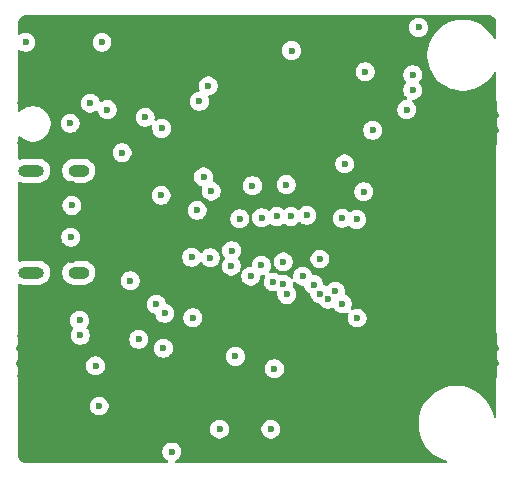
<source format=gbr>
%TF.GenerationSoftware,KiCad,Pcbnew,9.0.3*%
%TF.CreationDate,2025-09-17T23:32:25+02:00*%
%TF.ProjectId,Wear Camera,57656172-2043-4616-9d65-72612e6b6963,rev?*%
%TF.SameCoordinates,Original*%
%TF.FileFunction,Copper,L3,Inr*%
%TF.FilePolarity,Positive*%
%FSLAX46Y46*%
G04 Gerber Fmt 4.6, Leading zero omitted, Abs format (unit mm)*
G04 Created by KiCad (PCBNEW 9.0.3) date 2025-09-17 23:32:25*
%MOMM*%
%LPD*%
G01*
G04 APERTURE LIST*
%TA.AperFunction,ComponentPad*%
%ADD10O,2.200000X1.000000*%
%TD*%
%TA.AperFunction,ComponentPad*%
%ADD11O,1.800000X1.000000*%
%TD*%
%TA.AperFunction,HeatsinkPad*%
%ADD12C,0.600000*%
%TD*%
%TA.AperFunction,ViaPad*%
%ADD13C,0.600000*%
%TD*%
G04 APERTURE END LIST*
D10*
%TO.N,unconnected-(U9-SHIELD-PadSH1)*%
%TO.C,U9*%
X78375000Y-103323800D03*
%TO.N,N/C*%
X78375000Y-111963800D03*
D11*
X82375000Y-103323800D03*
X82375000Y-111963800D03*
%TD*%
D12*
%TO.N,GND*%
%TO.C,U2*%
X96865000Y-98103800D03*
X96865000Y-99503800D03*
X97565000Y-97403800D03*
X97565000Y-98803800D03*
X97565000Y-100203800D03*
X98265000Y-98103800D03*
X98265000Y-99503800D03*
X98965000Y-97403800D03*
X98965000Y-98803800D03*
X98965000Y-100203800D03*
X99665000Y-98103800D03*
X99665000Y-99503800D03*
%TD*%
D13*
%TO.N,GND*%
X84500000Y-107243800D03*
X89550000Y-120443800D03*
X106250000Y-91093800D03*
X91250000Y-118393800D03*
X90850000Y-111943800D03*
X86050000Y-95743800D03*
X101650000Y-125793800D03*
X83540000Y-94103800D03*
X81800000Y-120693800D03*
X92550000Y-91093800D03*
X106650000Y-111343800D03*
X90300000Y-126143800D03*
X85387500Y-117606300D03*
X87344238Y-116318799D03*
X81800000Y-110843800D03*
X89400000Y-94693800D03*
X82887500Y-114656300D03*
X84487500Y-116706300D03*
X89750000Y-113593800D03*
X86275000Y-118468800D03*
X93047156Y-113311812D03*
X96300000Y-127543800D03*
X87100000Y-121943800D03*
X105300000Y-121193800D03*
X84950000Y-117156300D03*
X84487500Y-117606300D03*
X93000000Y-124043800D03*
X98500000Y-92993800D03*
X89800000Y-111943800D03*
X85387500Y-116706300D03*
X80100000Y-117243800D03*
X78600000Y-110093800D03*
X79900000Y-90893800D03*
X81600000Y-125993800D03*
X78600000Y-105343800D03*
X81800000Y-104443800D03*
X105350000Y-122443800D03*
X83800000Y-90743800D03*
X93479291Y-127716922D03*
X87050000Y-120693800D03*
X91100000Y-113643800D03*
X79300000Y-97293800D03*
X87675000Y-97018800D03*
X80700000Y-120293800D03*
X86450000Y-91443800D03*
X89550000Y-122043800D03*
%TO.N,+3V3_MCU*%
X88000000Y-98793800D03*
X104900000Y-102743800D03*
X92400000Y-106662853D03*
X110650000Y-95195272D03*
X111150000Y-91193800D03*
X84350000Y-92443800D03*
X77900000Y-92443800D03*
X106650000Y-94943800D03*
X99950000Y-104493800D03*
X100400000Y-93143800D03*
X86050000Y-101793800D03*
X97090000Y-104593800D03*
%TO.N,5V_USB*%
X82450000Y-115993800D03*
X87450000Y-117593800D03*
%TO.N,VBUS*%
X86750000Y-112643800D03*
X88950000Y-114618800D03*
%TO.N,Net-(D15-A)*%
X89550000Y-118343800D03*
%TO.N,Net-(D16-A)*%
X89650000Y-115393800D03*
%TO.N,SDMMC1_D0*%
X97860000Y-107293800D03*
%TO.N,SDMMC1_D1*%
X96000000Y-107393800D03*
%TO.N,SDMMC1_D2*%
X107264998Y-99893800D03*
%TO.N,SDMMC1_D3*%
X101700000Y-107093800D03*
%TO.N,SDMMC1_CMD*%
X100350000Y-107193800D03*
%TO.N,RTC_INT*%
X92950000Y-103843800D03*
X89350000Y-105393800D03*
%TO.N,RTC_BATT*%
X83350000Y-97593800D03*
%TO.N,Net-(U9-CC1)*%
X81796723Y-106262130D03*
%TO.N,Net-(U9-CC2)*%
X81700000Y-108943800D03*
%TO.N,Net-(U11-TMR)*%
X82500000Y-117243800D03*
%TO.N,DVP_Y6*%
X104700000Y-114593800D03*
X104700000Y-107343800D03*
%TO.N,CAM_HREF*%
X101350000Y-112243800D03*
X98850000Y-112743800D03*
X102800000Y-110793800D03*
X106500000Y-105093800D03*
%TO.N,DVP_PCLK*%
X104100000Y-113543800D03*
X93350000Y-96143800D03*
%TO.N,DVP_Y5*%
X105949265Y-115793065D03*
X105900000Y-107443800D03*
%TO.N,CAM_VSYNC*%
X93525000Y-110693800D03*
X92600000Y-97443800D03*
%TO.N,DVP_Y9*%
X102262500Y-112956300D03*
X99700735Y-112943065D03*
%TO.N,CAM_PWDN*%
X96950000Y-112243800D03*
X95320000Y-110093800D03*
%TO.N,SDMMC1_SCK*%
X99150000Y-107193800D03*
%TO.N,DVP_Y7*%
X103500000Y-114193800D03*
X93600000Y-105043800D03*
%TO.N,XMCLK*%
X100000000Y-113793800D03*
X102796850Y-113740650D03*
%TO.N,+2V8*%
X98950000Y-120093800D03*
X95650000Y-119043800D03*
X92034243Y-115768800D03*
%TO.N,+1V5*%
X98650000Y-125193800D03*
X94300000Y-125193800D03*
%TO.N,EN_1.5V*%
X110650000Y-96493800D03*
%TO.N,Net-(JP1-B)*%
X90262500Y-127110402D03*
%TO.N,EN_2.8V*%
X110150000Y-98143800D03*
%TO.N,USB_INT*%
X91950000Y-110643800D03*
X95300000Y-111393800D03*
X97850000Y-111343800D03*
X99700000Y-111044800D03*
%TO.N,BATT_MEASURE*%
X81650000Y-99293800D03*
X84800000Y-98143800D03*
%TO.N,Net-(U2-IO15)*%
X89400000Y-99743800D03*
%TO.N,Net-(J4-Pin_3)*%
X84100000Y-123243800D03*
%TO.N,TEMP*%
X83800000Y-119843800D03*
%TD*%
%TA.AperFunction,Conductor*%
%TO.N,GND*%
G36*
X117106922Y-90145079D02*
G01*
X117230646Y-90159020D01*
X117257710Y-90165197D01*
X117368624Y-90204008D01*
X117393632Y-90216051D01*
X117493126Y-90278566D01*
X117514836Y-90295879D01*
X117597920Y-90378963D01*
X117615233Y-90400673D01*
X117677746Y-90500163D01*
X117689793Y-90525179D01*
X117728601Y-90636085D01*
X117734780Y-90663156D01*
X117748720Y-90786876D01*
X117749500Y-90800760D01*
X117749500Y-92008641D01*
X117729815Y-92075680D01*
X117677011Y-92121435D01*
X117607853Y-92131379D01*
X117544297Y-92102354D01*
X117520506Y-92074613D01*
X117457904Y-91974983D01*
X117350946Y-91804761D01*
X117140825Y-91541277D01*
X116902523Y-91302975D01*
X116639039Y-91092854D01*
X116353686Y-90913554D01*
X116353683Y-90913552D01*
X116050054Y-90767332D01*
X115731965Y-90656027D01*
X115731953Y-90656023D01*
X115403397Y-90581033D01*
X115403381Y-90581031D01*
X115068508Y-90543300D01*
X115068504Y-90543300D01*
X114731496Y-90543300D01*
X114731491Y-90543300D01*
X114396618Y-90581031D01*
X114396602Y-90581033D01*
X114068046Y-90656023D01*
X114068034Y-90656027D01*
X113749945Y-90767332D01*
X113446316Y-90913552D01*
X113160962Y-91092853D01*
X112897477Y-91302974D01*
X112659174Y-91541277D01*
X112449053Y-91804762D01*
X112269752Y-92090116D01*
X112123532Y-92393745D01*
X112012227Y-92711834D01*
X112012223Y-92711846D01*
X111937233Y-93040402D01*
X111937231Y-93040418D01*
X111899500Y-93375291D01*
X111899500Y-93712308D01*
X111937231Y-94047181D01*
X111937233Y-94047197D01*
X112012223Y-94375753D01*
X112012227Y-94375765D01*
X112123532Y-94693854D01*
X112269752Y-94997483D01*
X112269754Y-94997486D01*
X112449054Y-95282839D01*
X112659175Y-95546323D01*
X112897477Y-95784625D01*
X113160961Y-95994746D01*
X113446314Y-96174046D01*
X113749949Y-96320269D01*
X113988848Y-96403863D01*
X114068034Y-96431572D01*
X114068046Y-96431576D01*
X114396606Y-96506567D01*
X114731492Y-96544299D01*
X114731493Y-96544300D01*
X114731496Y-96544300D01*
X115068507Y-96544300D01*
X115068507Y-96544299D01*
X115403394Y-96506567D01*
X115731954Y-96431576D01*
X116050051Y-96320269D01*
X116353686Y-96174046D01*
X116639039Y-95994746D01*
X116902523Y-95784625D01*
X117140825Y-95546323D01*
X117350946Y-95282839D01*
X117520507Y-95012984D01*
X117572841Y-94966695D01*
X117641894Y-94956047D01*
X117705743Y-94984422D01*
X117744115Y-95042811D01*
X117749500Y-95078958D01*
X117749500Y-97174108D01*
X117749500Y-97305892D01*
X117780416Y-97421274D01*
X117783609Y-97433188D01*
X117783609Y-97433189D01*
X117826206Y-97506969D01*
X117842679Y-97574869D01*
X117833381Y-97616420D01*
X117797949Y-97701964D01*
X117797948Y-97701966D01*
X117759500Y-97895256D01*
X117759500Y-97895258D01*
X117759500Y-97895259D01*
X117759500Y-98092341D01*
X117759500Y-98092343D01*
X117759499Y-98092343D01*
X117797947Y-98285629D01*
X117797950Y-98285639D01*
X117873364Y-98467706D01*
X117873370Y-98467717D01*
X117928289Y-98549910D01*
X117949166Y-98616588D01*
X117930681Y-98683968D01*
X117928289Y-98687690D01*
X117873370Y-98769882D01*
X117873364Y-98769893D01*
X117797950Y-98951960D01*
X117797947Y-98951970D01*
X117759500Y-99145256D01*
X117759500Y-99145259D01*
X117759500Y-99342341D01*
X117759500Y-99342343D01*
X117759499Y-99342343D01*
X117797947Y-99535629D01*
X117797950Y-99535639D01*
X117873364Y-99717706D01*
X117873370Y-99717717D01*
X117928289Y-99799910D01*
X117949166Y-99866588D01*
X117930681Y-99933968D01*
X117928289Y-99937690D01*
X117873370Y-100019882D01*
X117873364Y-100019893D01*
X117797950Y-100201960D01*
X117797947Y-100201970D01*
X117759500Y-100395256D01*
X117759500Y-100395259D01*
X117759500Y-100592341D01*
X117759500Y-100592343D01*
X117759499Y-100592343D01*
X117797947Y-100785628D01*
X117797948Y-100785631D01*
X117797949Y-100785635D01*
X117811087Y-100817353D01*
X117832465Y-100868966D01*
X117839932Y-100938435D01*
X117825290Y-100978417D01*
X117783609Y-101050610D01*
X117783609Y-101050611D01*
X117783609Y-101050612D01*
X117783608Y-101050614D01*
X117749500Y-101177908D01*
X117749500Y-117029692D01*
X117763920Y-117083507D01*
X117783608Y-117156987D01*
X117789382Y-117166987D01*
X117825290Y-117229181D01*
X117841763Y-117297080D01*
X117832465Y-117338632D01*
X117797949Y-117421964D01*
X117797948Y-117421966D01*
X117759500Y-117615256D01*
X117759500Y-117615257D01*
X117759500Y-117615259D01*
X117759500Y-117812341D01*
X117759500Y-117812343D01*
X117759499Y-117812343D01*
X117797947Y-118005629D01*
X117797950Y-118005639D01*
X117873364Y-118187706D01*
X117873370Y-118187717D01*
X117928289Y-118269910D01*
X117949166Y-118336588D01*
X117930681Y-118403968D01*
X117928289Y-118407690D01*
X117873370Y-118489882D01*
X117873364Y-118489893D01*
X117797950Y-118671960D01*
X117797947Y-118671970D01*
X117759500Y-118865256D01*
X117759500Y-118865259D01*
X117759500Y-119062341D01*
X117759500Y-119062343D01*
X117759499Y-119062343D01*
X117797947Y-119255629D01*
X117797950Y-119255639D01*
X117873364Y-119437706D01*
X117873370Y-119437717D01*
X117928289Y-119519910D01*
X117949166Y-119586588D01*
X117930681Y-119653968D01*
X117928289Y-119657690D01*
X117873370Y-119739882D01*
X117873364Y-119739893D01*
X117797950Y-119921960D01*
X117797947Y-119921970D01*
X117759500Y-120115256D01*
X117759500Y-120115259D01*
X117759500Y-120312341D01*
X117759500Y-120312343D01*
X117759499Y-120312343D01*
X117797947Y-120505628D01*
X117797949Y-120505636D01*
X117833960Y-120592575D01*
X117841429Y-120662045D01*
X117826786Y-120702027D01*
X117783609Y-120776810D01*
X117783609Y-120776811D01*
X117749500Y-120904108D01*
X117749500Y-124154536D01*
X117729815Y-124221575D01*
X117677011Y-124267330D01*
X117607853Y-124277274D01*
X117544297Y-124248249D01*
X117506523Y-124189471D01*
X117504609Y-124182128D01*
X117430262Y-123856392D01*
X117430258Y-123856380D01*
X117313191Y-123521823D01*
X117311536Y-123517092D01*
X117155566Y-123193218D01*
X116964315Y-122888844D01*
X116740188Y-122607797D01*
X116486003Y-122353612D01*
X116204956Y-122129485D01*
X115900582Y-121938234D01*
X115900579Y-121938232D01*
X115576711Y-121782265D01*
X115237419Y-121663541D01*
X115237407Y-121663537D01*
X114886951Y-121583548D01*
X114886935Y-121583546D01*
X114529740Y-121543300D01*
X114529736Y-121543300D01*
X114170264Y-121543300D01*
X114170259Y-121543300D01*
X113813064Y-121583546D01*
X113813048Y-121583548D01*
X113462592Y-121663537D01*
X113462580Y-121663541D01*
X113123288Y-121782265D01*
X112799420Y-121938232D01*
X112495045Y-122129484D01*
X112213997Y-122353611D01*
X111959811Y-122607797D01*
X111735684Y-122888845D01*
X111544432Y-123193220D01*
X111388465Y-123517088D01*
X111269741Y-123856380D01*
X111269737Y-123856392D01*
X111189748Y-124206848D01*
X111189746Y-124206864D01*
X111149500Y-124564059D01*
X111149500Y-124923540D01*
X111189746Y-125280735D01*
X111189748Y-125280751D01*
X111269737Y-125631207D01*
X111269741Y-125631219D01*
X111388465Y-125970511D01*
X111544432Y-126294379D01*
X111573516Y-126340666D01*
X111735685Y-126598756D01*
X111902891Y-126808426D01*
X111957506Y-126876912D01*
X111959812Y-126879803D01*
X112213997Y-127133988D01*
X112495044Y-127358115D01*
X112799418Y-127549366D01*
X113123292Y-127705336D01*
X113323910Y-127775535D01*
X113462580Y-127824058D01*
X113462592Y-127824062D01*
X113481637Y-127828409D01*
X113542616Y-127862517D01*
X113575474Y-127924179D01*
X113569779Y-127993816D01*
X113527339Y-128049320D01*
X113461630Y-128073068D01*
X113454045Y-128073300D01*
X90653056Y-128073300D01*
X90586017Y-128053615D01*
X90540262Y-128000811D01*
X90530318Y-127931653D01*
X90559343Y-127868097D01*
X90605604Y-127834739D01*
X90641672Y-127819799D01*
X90641672Y-127819798D01*
X90641679Y-127819796D01*
X90772789Y-127732191D01*
X90884289Y-127620691D01*
X90971894Y-127489581D01*
X91032237Y-127343899D01*
X91063000Y-127189244D01*
X91063000Y-127031560D01*
X91063000Y-127031557D01*
X91062999Y-127031555D01*
X91032238Y-126876912D01*
X91032237Y-126876905D01*
X91011389Y-126826573D01*
X90971897Y-126731229D01*
X90971890Y-126731216D01*
X90884289Y-126600113D01*
X90884286Y-126600109D01*
X90772792Y-126488615D01*
X90772788Y-126488612D01*
X90641685Y-126401011D01*
X90641672Y-126401004D01*
X90496001Y-126340666D01*
X90495989Y-126340663D01*
X90341345Y-126309902D01*
X90341342Y-126309902D01*
X90183658Y-126309902D01*
X90183655Y-126309902D01*
X90029010Y-126340663D01*
X90028998Y-126340666D01*
X89883327Y-126401004D01*
X89883314Y-126401011D01*
X89752211Y-126488612D01*
X89752207Y-126488615D01*
X89640713Y-126600109D01*
X89640710Y-126600113D01*
X89553109Y-126731216D01*
X89553102Y-126731229D01*
X89492764Y-126876900D01*
X89492761Y-126876912D01*
X89462000Y-127031555D01*
X89462000Y-127189248D01*
X89492761Y-127343891D01*
X89492764Y-127343903D01*
X89553102Y-127489574D01*
X89553109Y-127489587D01*
X89640710Y-127620690D01*
X89640713Y-127620694D01*
X89752207Y-127732188D01*
X89752211Y-127732191D01*
X89883314Y-127819792D01*
X89883327Y-127819799D01*
X89919396Y-127834739D01*
X89973800Y-127878579D01*
X89995865Y-127944873D01*
X89978586Y-128012573D01*
X89927449Y-128060184D01*
X89871944Y-128073300D01*
X77906960Y-128073300D01*
X77893078Y-128072520D01*
X77845085Y-128067112D01*
X77769356Y-128058580D01*
X77742285Y-128052401D01*
X77631379Y-128013593D01*
X77606363Y-128001546D01*
X77506873Y-127939033D01*
X77485163Y-127921720D01*
X77402079Y-127838636D01*
X77384766Y-127816926D01*
X77358759Y-127775535D01*
X77322251Y-127717432D01*
X77310208Y-127692424D01*
X77271397Y-127581510D01*
X77265220Y-127554446D01*
X77251280Y-127430722D01*
X77250500Y-127416839D01*
X77250500Y-125114953D01*
X93499500Y-125114953D01*
X93499500Y-125272646D01*
X93530261Y-125427289D01*
X93530264Y-125427301D01*
X93590602Y-125572972D01*
X93590609Y-125572985D01*
X93678210Y-125704088D01*
X93678213Y-125704092D01*
X93789707Y-125815586D01*
X93789711Y-125815589D01*
X93920814Y-125903190D01*
X93920827Y-125903197D01*
X94066498Y-125963535D01*
X94066503Y-125963537D01*
X94221153Y-125994299D01*
X94221156Y-125994300D01*
X94221158Y-125994300D01*
X94378844Y-125994300D01*
X94378845Y-125994299D01*
X94533497Y-125963537D01*
X94679179Y-125903194D01*
X94810289Y-125815589D01*
X94921789Y-125704089D01*
X95009394Y-125572979D01*
X95069737Y-125427297D01*
X95100500Y-125272642D01*
X95100500Y-125114958D01*
X95100500Y-125114955D01*
X95100499Y-125114953D01*
X97849500Y-125114953D01*
X97849500Y-125272646D01*
X97880261Y-125427289D01*
X97880264Y-125427301D01*
X97940602Y-125572972D01*
X97940609Y-125572985D01*
X98028210Y-125704088D01*
X98028213Y-125704092D01*
X98139707Y-125815586D01*
X98139711Y-125815589D01*
X98270814Y-125903190D01*
X98270827Y-125903197D01*
X98416498Y-125963535D01*
X98416503Y-125963537D01*
X98571153Y-125994299D01*
X98571156Y-125994300D01*
X98571158Y-125994300D01*
X98728844Y-125994300D01*
X98728845Y-125994299D01*
X98883497Y-125963537D01*
X99029179Y-125903194D01*
X99160289Y-125815589D01*
X99271789Y-125704089D01*
X99359394Y-125572979D01*
X99419737Y-125427297D01*
X99450500Y-125272642D01*
X99450500Y-125114958D01*
X99450500Y-125114955D01*
X99450499Y-125114953D01*
X99419738Y-124960310D01*
X99419737Y-124960303D01*
X99419735Y-124960298D01*
X99359397Y-124814627D01*
X99359390Y-124814614D01*
X99271789Y-124683511D01*
X99271786Y-124683507D01*
X99160292Y-124572013D01*
X99160288Y-124572010D01*
X99029185Y-124484409D01*
X99029172Y-124484402D01*
X98883501Y-124424064D01*
X98883489Y-124424061D01*
X98728845Y-124393300D01*
X98728842Y-124393300D01*
X98571158Y-124393300D01*
X98571155Y-124393300D01*
X98416510Y-124424061D01*
X98416498Y-124424064D01*
X98270827Y-124484402D01*
X98270814Y-124484409D01*
X98139711Y-124572010D01*
X98139707Y-124572013D01*
X98028213Y-124683507D01*
X98028210Y-124683511D01*
X97940609Y-124814614D01*
X97940602Y-124814627D01*
X97880264Y-124960298D01*
X97880261Y-124960310D01*
X97849500Y-125114953D01*
X95100499Y-125114953D01*
X95069738Y-124960310D01*
X95069737Y-124960303D01*
X95069735Y-124960298D01*
X95009397Y-124814627D01*
X95009390Y-124814614D01*
X94921789Y-124683511D01*
X94921786Y-124683507D01*
X94810292Y-124572013D01*
X94810288Y-124572010D01*
X94679185Y-124484409D01*
X94679172Y-124484402D01*
X94533501Y-124424064D01*
X94533489Y-124424061D01*
X94378845Y-124393300D01*
X94378842Y-124393300D01*
X94221158Y-124393300D01*
X94221155Y-124393300D01*
X94066510Y-124424061D01*
X94066498Y-124424064D01*
X93920827Y-124484402D01*
X93920814Y-124484409D01*
X93789711Y-124572010D01*
X93789707Y-124572013D01*
X93678213Y-124683507D01*
X93678210Y-124683511D01*
X93590609Y-124814614D01*
X93590602Y-124814627D01*
X93530264Y-124960298D01*
X93530261Y-124960310D01*
X93499500Y-125114953D01*
X77250500Y-125114953D01*
X77250500Y-123164953D01*
X83299500Y-123164953D01*
X83299500Y-123322646D01*
X83330261Y-123477289D01*
X83330264Y-123477301D01*
X83390602Y-123622972D01*
X83390609Y-123622985D01*
X83478210Y-123754088D01*
X83478213Y-123754092D01*
X83589707Y-123865586D01*
X83589711Y-123865589D01*
X83720814Y-123953190D01*
X83720827Y-123953197D01*
X83866498Y-124013535D01*
X83866503Y-124013537D01*
X84021153Y-124044299D01*
X84021156Y-124044300D01*
X84021158Y-124044300D01*
X84178844Y-124044300D01*
X84178845Y-124044299D01*
X84333497Y-124013537D01*
X84479179Y-123953194D01*
X84610289Y-123865589D01*
X84721789Y-123754089D01*
X84809394Y-123622979D01*
X84869737Y-123477297D01*
X84900500Y-123322642D01*
X84900500Y-123164958D01*
X84900500Y-123164955D01*
X84900499Y-123164953D01*
X84869738Y-123010310D01*
X84869737Y-123010303D01*
X84869735Y-123010298D01*
X84809397Y-122864627D01*
X84809390Y-122864614D01*
X84721789Y-122733511D01*
X84721786Y-122733507D01*
X84610292Y-122622013D01*
X84610288Y-122622010D01*
X84479185Y-122534409D01*
X84479172Y-122534402D01*
X84333501Y-122474064D01*
X84333489Y-122474061D01*
X84178845Y-122443300D01*
X84178842Y-122443300D01*
X84021158Y-122443300D01*
X84021155Y-122443300D01*
X83866510Y-122474061D01*
X83866498Y-122474064D01*
X83720827Y-122534402D01*
X83720814Y-122534409D01*
X83589711Y-122622010D01*
X83589707Y-122622013D01*
X83478213Y-122733507D01*
X83478210Y-122733511D01*
X83390609Y-122864614D01*
X83390602Y-122864627D01*
X83330264Y-123010298D01*
X83330261Y-123010310D01*
X83299500Y-123164953D01*
X77250500Y-123164953D01*
X77250500Y-120904110D01*
X77250500Y-120904108D01*
X77216392Y-120776814D01*
X77175624Y-120706202D01*
X77159152Y-120638305D01*
X77168450Y-120596755D01*
X77202051Y-120515635D01*
X77225647Y-120397011D01*
X77240500Y-120322343D01*
X77240500Y-120125256D01*
X77202052Y-119931970D01*
X77202051Y-119931969D01*
X77202051Y-119931965D01*
X77172366Y-119860298D01*
X77152821Y-119813111D01*
X77152818Y-119813107D01*
X77132873Y-119764953D01*
X82999500Y-119764953D01*
X82999500Y-119922646D01*
X83030261Y-120077289D01*
X83030264Y-120077301D01*
X83090602Y-120222972D01*
X83090609Y-120222985D01*
X83178210Y-120354088D01*
X83178213Y-120354092D01*
X83289707Y-120465586D01*
X83289711Y-120465589D01*
X83420814Y-120553190D01*
X83420827Y-120553197D01*
X83566498Y-120613535D01*
X83566503Y-120613537D01*
X83721153Y-120644299D01*
X83721156Y-120644300D01*
X83721158Y-120644300D01*
X83878844Y-120644300D01*
X83878845Y-120644299D01*
X84033497Y-120613537D01*
X84179179Y-120553194D01*
X84310289Y-120465589D01*
X84421789Y-120354089D01*
X84509394Y-120222979D01*
X84569737Y-120077297D01*
X84582138Y-120014953D01*
X98149500Y-120014953D01*
X98149500Y-120172646D01*
X98180261Y-120327289D01*
X98180264Y-120327301D01*
X98240602Y-120472972D01*
X98240609Y-120472985D01*
X98328210Y-120604088D01*
X98328213Y-120604092D01*
X98439707Y-120715586D01*
X98439711Y-120715589D01*
X98570814Y-120803190D01*
X98570827Y-120803197D01*
X98716498Y-120863535D01*
X98716503Y-120863537D01*
X98871153Y-120894299D01*
X98871156Y-120894300D01*
X98871158Y-120894300D01*
X99028844Y-120894300D01*
X99028845Y-120894299D01*
X99183497Y-120863537D01*
X99329179Y-120803194D01*
X99460289Y-120715589D01*
X99571789Y-120604089D01*
X99659394Y-120472979D01*
X99719737Y-120327297D01*
X99750500Y-120172642D01*
X99750500Y-120014958D01*
X99750500Y-120014955D01*
X99750499Y-120014953D01*
X99744476Y-119984674D01*
X99719737Y-119860303D01*
X99719735Y-119860298D01*
X99659397Y-119714627D01*
X99659390Y-119714614D01*
X99571789Y-119583511D01*
X99571786Y-119583507D01*
X99460292Y-119472013D01*
X99460288Y-119472010D01*
X99329185Y-119384409D01*
X99329172Y-119384402D01*
X99183501Y-119324064D01*
X99183489Y-119324061D01*
X99028845Y-119293300D01*
X99028842Y-119293300D01*
X98871158Y-119293300D01*
X98871155Y-119293300D01*
X98716510Y-119324061D01*
X98716498Y-119324064D01*
X98570827Y-119384402D01*
X98570814Y-119384409D01*
X98439711Y-119472010D01*
X98439707Y-119472013D01*
X98328213Y-119583507D01*
X98328210Y-119583511D01*
X98240609Y-119714614D01*
X98240602Y-119714627D01*
X98180264Y-119860298D01*
X98180261Y-119860310D01*
X98149500Y-120014953D01*
X84582138Y-120014953D01*
X84598647Y-119931960D01*
X84600500Y-119922644D01*
X84600500Y-119764955D01*
X84600499Y-119764953D01*
X84580734Y-119665589D01*
X84569737Y-119610303D01*
X84559914Y-119586588D01*
X84509397Y-119464627D01*
X84509390Y-119464614D01*
X84421789Y-119333511D01*
X84421786Y-119333507D01*
X84310292Y-119222013D01*
X84310288Y-119222010D01*
X84179185Y-119134409D01*
X84179172Y-119134402D01*
X84033501Y-119074064D01*
X84033489Y-119074061D01*
X83878845Y-119043300D01*
X83878842Y-119043300D01*
X83721158Y-119043300D01*
X83721155Y-119043300D01*
X83566510Y-119074061D01*
X83566498Y-119074064D01*
X83420827Y-119134402D01*
X83420814Y-119134409D01*
X83289711Y-119222010D01*
X83289707Y-119222013D01*
X83178213Y-119333507D01*
X83178210Y-119333511D01*
X83090609Y-119464614D01*
X83090602Y-119464627D01*
X83030264Y-119610298D01*
X83030261Y-119610310D01*
X82999500Y-119764953D01*
X77132873Y-119764953D01*
X77126632Y-119749886D01*
X77069020Y-119663664D01*
X77066656Y-119659448D01*
X77059883Y-119629916D01*
X77050833Y-119601014D01*
X77052151Y-119596206D01*
X77051037Y-119591346D01*
X77061304Y-119562843D01*
X77069317Y-119533634D01*
X77071711Y-119529909D01*
X77086771Y-119507368D01*
X77126632Y-119447714D01*
X77136878Y-119422979D01*
X77177849Y-119324064D01*
X77202051Y-119265635D01*
X77228154Y-119134409D01*
X77240500Y-119072343D01*
X77240500Y-118875256D01*
X77202052Y-118681970D01*
X77202051Y-118681969D01*
X77202051Y-118681965D01*
X77197907Y-118671960D01*
X77126635Y-118499892D01*
X77126633Y-118499888D01*
X77126632Y-118499886D01*
X77074599Y-118422013D01*
X77071711Y-118417691D01*
X77050833Y-118351014D01*
X77069317Y-118283634D01*
X77071711Y-118279909D01*
X77114690Y-118215586D01*
X77126632Y-118197714D01*
X77202051Y-118015635D01*
X77214632Y-117952382D01*
X77240500Y-117822343D01*
X77240500Y-117625256D01*
X77202052Y-117431971D01*
X77202051Y-117431967D01*
X77202051Y-117431965D01*
X77167533Y-117348631D01*
X77160065Y-117279165D01*
X77174706Y-117239187D01*
X77216392Y-117166986D01*
X77250500Y-117039692D01*
X77250500Y-115914953D01*
X81649500Y-115914953D01*
X81649500Y-116072646D01*
X81680261Y-116227289D01*
X81680264Y-116227301D01*
X81740602Y-116372972D01*
X81740609Y-116372985D01*
X81828210Y-116504088D01*
X81828213Y-116504092D01*
X81880240Y-116556119D01*
X81913725Y-116617442D01*
X81908741Y-116687134D01*
X81881999Y-116728747D01*
X81882072Y-116728807D01*
X81881559Y-116729430D01*
X81880247Y-116731474D01*
X81878215Y-116733506D01*
X81878208Y-116733514D01*
X81790609Y-116864614D01*
X81790602Y-116864627D01*
X81730264Y-117010298D01*
X81730261Y-117010310D01*
X81699500Y-117164953D01*
X81699500Y-117322646D01*
X81730261Y-117477289D01*
X81730264Y-117477301D01*
X81790602Y-117622972D01*
X81790609Y-117622985D01*
X81878210Y-117754088D01*
X81878213Y-117754092D01*
X81989707Y-117865586D01*
X81989711Y-117865589D01*
X82120814Y-117953190D01*
X82120827Y-117953197D01*
X82247435Y-118005639D01*
X82266503Y-118013537D01*
X82421153Y-118044299D01*
X82421156Y-118044300D01*
X82421158Y-118044300D01*
X82578844Y-118044300D01*
X82578845Y-118044299D01*
X82733497Y-118013537D01*
X82851592Y-117964621D01*
X82879172Y-117953197D01*
X82879172Y-117953196D01*
X82879179Y-117953194D01*
X83010289Y-117865589D01*
X83121789Y-117754089D01*
X83209394Y-117622979D01*
X83254139Y-117514953D01*
X86649500Y-117514953D01*
X86649500Y-117672646D01*
X86680261Y-117827289D01*
X86680264Y-117827301D01*
X86740602Y-117972972D01*
X86740609Y-117972985D01*
X86828210Y-118104088D01*
X86828213Y-118104092D01*
X86939707Y-118215586D01*
X86939711Y-118215589D01*
X87070814Y-118303190D01*
X87070827Y-118303197D01*
X87216498Y-118363535D01*
X87216503Y-118363537D01*
X87371153Y-118394299D01*
X87371156Y-118394300D01*
X87371158Y-118394300D01*
X87528844Y-118394300D01*
X87528845Y-118394299D01*
X87683497Y-118363537D01*
X87829179Y-118303194D01*
X87886411Y-118264953D01*
X88749500Y-118264953D01*
X88749500Y-118422646D01*
X88780261Y-118577289D01*
X88780264Y-118577301D01*
X88840602Y-118722972D01*
X88840609Y-118722985D01*
X88928210Y-118854088D01*
X88928213Y-118854092D01*
X89039707Y-118965586D01*
X89039711Y-118965589D01*
X89170814Y-119053190D01*
X89170827Y-119053197D01*
X89316498Y-119113535D01*
X89316503Y-119113537D01*
X89471153Y-119144299D01*
X89471156Y-119144300D01*
X89471158Y-119144300D01*
X89628844Y-119144300D01*
X89628845Y-119144299D01*
X89783497Y-119113537D01*
X89929179Y-119053194D01*
X90060289Y-118965589D01*
X90060925Y-118964953D01*
X94849500Y-118964953D01*
X94849500Y-119122646D01*
X94880261Y-119277289D01*
X94880264Y-119277301D01*
X94940602Y-119422972D01*
X94940609Y-119422985D01*
X95028210Y-119554088D01*
X95028213Y-119554092D01*
X95139707Y-119665586D01*
X95139711Y-119665589D01*
X95270814Y-119753190D01*
X95270827Y-119753197D01*
X95416498Y-119813535D01*
X95416503Y-119813537D01*
X95571153Y-119844299D01*
X95571156Y-119844300D01*
X95571158Y-119844300D01*
X95728844Y-119844300D01*
X95728845Y-119844299D01*
X95883497Y-119813537D01*
X96029179Y-119753194D01*
X96160289Y-119665589D01*
X96271789Y-119554089D01*
X96359394Y-119422979D01*
X96419737Y-119277297D01*
X96450500Y-119122642D01*
X96450500Y-118964958D01*
X96450500Y-118964955D01*
X96450499Y-118964953D01*
X96419737Y-118810303D01*
X96383569Y-118722985D01*
X96359397Y-118664627D01*
X96359390Y-118664614D01*
X96271789Y-118533511D01*
X96271786Y-118533507D01*
X96160292Y-118422013D01*
X96160288Y-118422010D01*
X96029185Y-118334409D01*
X96029172Y-118334402D01*
X95883501Y-118274064D01*
X95883489Y-118274061D01*
X95728845Y-118243300D01*
X95728842Y-118243300D01*
X95571158Y-118243300D01*
X95571155Y-118243300D01*
X95416510Y-118274061D01*
X95416498Y-118274064D01*
X95270827Y-118334402D01*
X95270814Y-118334409D01*
X95139711Y-118422010D01*
X95139707Y-118422013D01*
X95028213Y-118533507D01*
X95028210Y-118533511D01*
X94940609Y-118664614D01*
X94940602Y-118664627D01*
X94880264Y-118810298D01*
X94880261Y-118810310D01*
X94849500Y-118964953D01*
X90060925Y-118964953D01*
X90154694Y-118871185D01*
X90171786Y-118854092D01*
X90171789Y-118854089D01*
X90259394Y-118722979D01*
X90319737Y-118577297D01*
X90350500Y-118422642D01*
X90350500Y-118264958D01*
X90350500Y-118264955D01*
X90350499Y-118264953D01*
X90337123Y-118197707D01*
X90319737Y-118110303D01*
X90292398Y-118044300D01*
X90259397Y-117964627D01*
X90259390Y-117964614D01*
X90171789Y-117833511D01*
X90171786Y-117833507D01*
X90060292Y-117722013D01*
X90060288Y-117722010D01*
X89929185Y-117634409D01*
X89929172Y-117634402D01*
X89783501Y-117574064D01*
X89783489Y-117574061D01*
X89628845Y-117543300D01*
X89628842Y-117543300D01*
X89471158Y-117543300D01*
X89471155Y-117543300D01*
X89316510Y-117574061D01*
X89316498Y-117574064D01*
X89170827Y-117634402D01*
X89170814Y-117634409D01*
X89039711Y-117722010D01*
X89039707Y-117722013D01*
X88928213Y-117833507D01*
X88928210Y-117833511D01*
X88840609Y-117964614D01*
X88840602Y-117964627D01*
X88780264Y-118110298D01*
X88780261Y-118110310D01*
X88749500Y-118264953D01*
X87886411Y-118264953D01*
X87960289Y-118215589D01*
X87978172Y-118197706D01*
X88004694Y-118171185D01*
X88071786Y-118104092D01*
X88071789Y-118104089D01*
X88159394Y-117972979D01*
X88162854Y-117964627D01*
X88217163Y-117833511D01*
X88219737Y-117827297D01*
X88250500Y-117672642D01*
X88250500Y-117514958D01*
X88250500Y-117514955D01*
X88250499Y-117514953D01*
X88245083Y-117487723D01*
X88219737Y-117360303D01*
X88204138Y-117322644D01*
X88159397Y-117214627D01*
X88159390Y-117214614D01*
X88071789Y-117083511D01*
X88071786Y-117083507D01*
X87960292Y-116972013D01*
X87960288Y-116972010D01*
X87829185Y-116884409D01*
X87829172Y-116884402D01*
X87683501Y-116824064D01*
X87683489Y-116824061D01*
X87528845Y-116793300D01*
X87528842Y-116793300D01*
X87371158Y-116793300D01*
X87371155Y-116793300D01*
X87216510Y-116824061D01*
X87216498Y-116824064D01*
X87070827Y-116884402D01*
X87070814Y-116884409D01*
X86939711Y-116972010D01*
X86939707Y-116972013D01*
X86828213Y-117083507D01*
X86828210Y-117083511D01*
X86740609Y-117214614D01*
X86740602Y-117214627D01*
X86680264Y-117360298D01*
X86680261Y-117360310D01*
X86649500Y-117514953D01*
X83254139Y-117514953D01*
X83269737Y-117477297D01*
X83300500Y-117322642D01*
X83300500Y-117164958D01*
X83300500Y-117164955D01*
X83300499Y-117164953D01*
X83275583Y-117039692D01*
X83269737Y-117010303D01*
X83227324Y-116907908D01*
X83209397Y-116864627D01*
X83209390Y-116864614D01*
X83121789Y-116733511D01*
X83121786Y-116733507D01*
X83069759Y-116681480D01*
X83036274Y-116620157D01*
X83041258Y-116550465D01*
X83068002Y-116508854D01*
X83067928Y-116508793D01*
X83068454Y-116508151D01*
X83069764Y-116506113D01*
X83071789Y-116504089D01*
X83159394Y-116372979D01*
X83219737Y-116227297D01*
X83250500Y-116072642D01*
X83250500Y-115914958D01*
X83250500Y-115914955D01*
X83250499Y-115914953D01*
X83241937Y-115871909D01*
X83219737Y-115760303D01*
X83200648Y-115714218D01*
X83159397Y-115614627D01*
X83159390Y-115614614D01*
X83071789Y-115483511D01*
X83071786Y-115483507D01*
X82960292Y-115372013D01*
X82960288Y-115372010D01*
X82829185Y-115284409D01*
X82829172Y-115284402D01*
X82683501Y-115224064D01*
X82683489Y-115224061D01*
X82528845Y-115193300D01*
X82528842Y-115193300D01*
X82371158Y-115193300D01*
X82371155Y-115193300D01*
X82216510Y-115224061D01*
X82216498Y-115224064D01*
X82070827Y-115284402D01*
X82070814Y-115284409D01*
X81939711Y-115372010D01*
X81939707Y-115372013D01*
X81828213Y-115483507D01*
X81828210Y-115483511D01*
X81740609Y-115614614D01*
X81740602Y-115614627D01*
X81680264Y-115760298D01*
X81680261Y-115760310D01*
X81649500Y-115914953D01*
X77250500Y-115914953D01*
X77250500Y-114539953D01*
X88149500Y-114539953D01*
X88149500Y-114697646D01*
X88180261Y-114852289D01*
X88180264Y-114852301D01*
X88240602Y-114997972D01*
X88240609Y-114997985D01*
X88328210Y-115129088D01*
X88328213Y-115129092D01*
X88439707Y-115240586D01*
X88439711Y-115240589D01*
X88570814Y-115328190D01*
X88570827Y-115328197D01*
X88656142Y-115363535D01*
X88716503Y-115388537D01*
X88756297Y-115396452D01*
X88818207Y-115428835D01*
X88852782Y-115489550D01*
X88853723Y-115493877D01*
X88880261Y-115627291D01*
X88880264Y-115627301D01*
X88940602Y-115772972D01*
X88940609Y-115772985D01*
X89028210Y-115904088D01*
X89028213Y-115904092D01*
X89139707Y-116015586D01*
X89139711Y-116015589D01*
X89270814Y-116103190D01*
X89270827Y-116103197D01*
X89416498Y-116163535D01*
X89416503Y-116163537D01*
X89571153Y-116194299D01*
X89571156Y-116194300D01*
X89571158Y-116194300D01*
X89728844Y-116194300D01*
X89728845Y-116194299D01*
X89883497Y-116163537D01*
X90029179Y-116103194D01*
X90160289Y-116015589D01*
X90271789Y-115904089D01*
X90359394Y-115772979D01*
X90364647Y-115760298D01*
X90393785Y-115689953D01*
X91233743Y-115689953D01*
X91233743Y-115847646D01*
X91264504Y-116002289D01*
X91264507Y-116002301D01*
X91324845Y-116147972D01*
X91324852Y-116147985D01*
X91412453Y-116279088D01*
X91412456Y-116279092D01*
X91523950Y-116390586D01*
X91523954Y-116390589D01*
X91655057Y-116478190D01*
X91655070Y-116478197D01*
X91729084Y-116508854D01*
X91800746Y-116538537D01*
X91922724Y-116562800D01*
X91955396Y-116569299D01*
X91955399Y-116569300D01*
X91955401Y-116569300D01*
X92113087Y-116569300D01*
X92113088Y-116569299D01*
X92267740Y-116538537D01*
X92413422Y-116478194D01*
X92544532Y-116390589D01*
X92656032Y-116279089D01*
X92743637Y-116147979D01*
X92803980Y-116002297D01*
X92834743Y-115847642D01*
X92834743Y-115689958D01*
X92834743Y-115689955D01*
X92834742Y-115689953D01*
X92822277Y-115627289D01*
X92803980Y-115535303D01*
X92778025Y-115472642D01*
X92743640Y-115389627D01*
X92743633Y-115389614D01*
X92656032Y-115258511D01*
X92656029Y-115258507D01*
X92544535Y-115147013D01*
X92544531Y-115147010D01*
X92413428Y-115059409D01*
X92413415Y-115059402D01*
X92267744Y-114999064D01*
X92267732Y-114999061D01*
X92113088Y-114968300D01*
X92113085Y-114968300D01*
X91955401Y-114968300D01*
X91955398Y-114968300D01*
X91800753Y-114999061D01*
X91800741Y-114999064D01*
X91655070Y-115059402D01*
X91655057Y-115059409D01*
X91523954Y-115147010D01*
X91523950Y-115147013D01*
X91412456Y-115258507D01*
X91412453Y-115258511D01*
X91324852Y-115389614D01*
X91324845Y-115389627D01*
X91264507Y-115535298D01*
X91264504Y-115535310D01*
X91233743Y-115689953D01*
X90393785Y-115689953D01*
X90415958Y-115636421D01*
X90415958Y-115636419D01*
X90419737Y-115627297D01*
X90450500Y-115472642D01*
X90450500Y-115314958D01*
X90450500Y-115314955D01*
X90450499Y-115314953D01*
X90444422Y-115284402D01*
X90419737Y-115160303D01*
X90406808Y-115129089D01*
X90359397Y-115014627D01*
X90359390Y-115014614D01*
X90271789Y-114883511D01*
X90271786Y-114883507D01*
X90160292Y-114772013D01*
X90160288Y-114772010D01*
X90029185Y-114684409D01*
X90029172Y-114684402D01*
X89883501Y-114624064D01*
X89883492Y-114624061D01*
X89843700Y-114616146D01*
X89781789Y-114583760D01*
X89747216Y-114523044D01*
X89746276Y-114518720D01*
X89719738Y-114385310D01*
X89719737Y-114385303D01*
X89719735Y-114385298D01*
X89659397Y-114239627D01*
X89659390Y-114239614D01*
X89571789Y-114108511D01*
X89571786Y-114108507D01*
X89460292Y-113997013D01*
X89460288Y-113997010D01*
X89329185Y-113909409D01*
X89329172Y-113909402D01*
X89183501Y-113849064D01*
X89183489Y-113849061D01*
X89028845Y-113818300D01*
X89028842Y-113818300D01*
X88871158Y-113818300D01*
X88871155Y-113818300D01*
X88716510Y-113849061D01*
X88716498Y-113849064D01*
X88570827Y-113909402D01*
X88570814Y-113909409D01*
X88439711Y-113997010D01*
X88439707Y-113997013D01*
X88328213Y-114108507D01*
X88328210Y-114108511D01*
X88240609Y-114239614D01*
X88240602Y-114239627D01*
X88180264Y-114385298D01*
X88180261Y-114385310D01*
X88149500Y-114539953D01*
X77250500Y-114539953D01*
X77250500Y-113015057D01*
X77270185Y-112948018D01*
X77322989Y-112902263D01*
X77392147Y-112892319D01*
X77421950Y-112900495D01*
X77483165Y-112925851D01*
X77483169Y-112925851D01*
X77483170Y-112925852D01*
X77676456Y-112964300D01*
X77676459Y-112964300D01*
X79073543Y-112964300D01*
X79203582Y-112938432D01*
X79266835Y-112925851D01*
X79407655Y-112867521D01*
X79448907Y-112850435D01*
X79448907Y-112850434D01*
X79448914Y-112850432D01*
X79612782Y-112740939D01*
X79752139Y-112601582D01*
X79861632Y-112437714D01*
X79937051Y-112255635D01*
X79952871Y-112176102D01*
X79975500Y-112062343D01*
X80974499Y-112062343D01*
X81012947Y-112255629D01*
X81012950Y-112255639D01*
X81088364Y-112437707D01*
X81088371Y-112437720D01*
X81197860Y-112601581D01*
X81197863Y-112601585D01*
X81337214Y-112740936D01*
X81337218Y-112740939D01*
X81501079Y-112850428D01*
X81501092Y-112850435D01*
X81621952Y-112900496D01*
X81683165Y-112925851D01*
X81683169Y-112925851D01*
X81683170Y-112925852D01*
X81876456Y-112964300D01*
X81876459Y-112964300D01*
X82873543Y-112964300D01*
X83003582Y-112938432D01*
X83066835Y-112925851D01*
X83207655Y-112867521D01*
X83248907Y-112850435D01*
X83248907Y-112850434D01*
X83248914Y-112850432D01*
X83412782Y-112740939D01*
X83552139Y-112601582D01*
X83576614Y-112564953D01*
X85949500Y-112564953D01*
X85949500Y-112722646D01*
X85980261Y-112877289D01*
X85980264Y-112877301D01*
X86040602Y-113022972D01*
X86040609Y-113022985D01*
X86128210Y-113154088D01*
X86128213Y-113154092D01*
X86239707Y-113265586D01*
X86239711Y-113265589D01*
X86370814Y-113353190D01*
X86370827Y-113353197D01*
X86516498Y-113413535D01*
X86516503Y-113413537D01*
X86671153Y-113444299D01*
X86671156Y-113444300D01*
X86671158Y-113444300D01*
X86828844Y-113444300D01*
X86828845Y-113444299D01*
X86983497Y-113413537D01*
X87129179Y-113353194D01*
X87260289Y-113265589D01*
X87371789Y-113154089D01*
X87459394Y-113022979D01*
X87519737Y-112877297D01*
X87550500Y-112722642D01*
X87550500Y-112564958D01*
X87550500Y-112564955D01*
X87550499Y-112564953D01*
X87539627Y-112510298D01*
X87519737Y-112410303D01*
X87478546Y-112310858D01*
X87459397Y-112264627D01*
X87459390Y-112264614D01*
X87371789Y-112133511D01*
X87371786Y-112133507D01*
X87260292Y-112022013D01*
X87260288Y-112022010D01*
X87129185Y-111934409D01*
X87129172Y-111934402D01*
X86983501Y-111874064D01*
X86983489Y-111874061D01*
X86828845Y-111843300D01*
X86828842Y-111843300D01*
X86671158Y-111843300D01*
X86671155Y-111843300D01*
X86516510Y-111874061D01*
X86516498Y-111874064D01*
X86370827Y-111934402D01*
X86370814Y-111934409D01*
X86239711Y-112022010D01*
X86239707Y-112022013D01*
X86128213Y-112133507D01*
X86128210Y-112133511D01*
X86040609Y-112264614D01*
X86040602Y-112264627D01*
X85980264Y-112410298D01*
X85980261Y-112410310D01*
X85949500Y-112564953D01*
X83576614Y-112564953D01*
X83613133Y-112510298D01*
X83626713Y-112489975D01*
X83661628Y-112437720D01*
X83661628Y-112437719D01*
X83661632Y-112437714D01*
X83737051Y-112255635D01*
X83752871Y-112176102D01*
X83775500Y-112062343D01*
X83775500Y-111865256D01*
X83737052Y-111671970D01*
X83737051Y-111671969D01*
X83737051Y-111671965D01*
X83718546Y-111627289D01*
X83661635Y-111489892D01*
X83661628Y-111489879D01*
X83552139Y-111326018D01*
X83552136Y-111326014D01*
X83412785Y-111186663D01*
X83412781Y-111186660D01*
X83248920Y-111077171D01*
X83248907Y-111077164D01*
X83066839Y-111001750D01*
X83066829Y-111001747D01*
X82873543Y-110963300D01*
X82873541Y-110963300D01*
X81876459Y-110963300D01*
X81876457Y-110963300D01*
X81683170Y-111001747D01*
X81683160Y-111001750D01*
X81501092Y-111077164D01*
X81501079Y-111077171D01*
X81337218Y-111186660D01*
X81337214Y-111186663D01*
X81197863Y-111326014D01*
X81197860Y-111326018D01*
X81088371Y-111489879D01*
X81088364Y-111489892D01*
X81012950Y-111671960D01*
X81012947Y-111671970D01*
X80974500Y-111865256D01*
X80974500Y-111865259D01*
X80974500Y-112062341D01*
X80974500Y-112062343D01*
X80974499Y-112062343D01*
X79975500Y-112062343D01*
X79975500Y-111865256D01*
X79937052Y-111671970D01*
X79937051Y-111671969D01*
X79937051Y-111671965D01*
X79918546Y-111627289D01*
X79861635Y-111489892D01*
X79861628Y-111489879D01*
X79752139Y-111326018D01*
X79752136Y-111326014D01*
X79612785Y-111186663D01*
X79612781Y-111186660D01*
X79448920Y-111077171D01*
X79448907Y-111077164D01*
X79266839Y-111001750D01*
X79266829Y-111001747D01*
X79073543Y-110963300D01*
X79073541Y-110963300D01*
X77676459Y-110963300D01*
X77676457Y-110963300D01*
X77483170Y-111001747D01*
X77483165Y-111001749D01*
X77421951Y-111027104D01*
X77352482Y-111034571D01*
X77290003Y-111003296D01*
X77254351Y-110943206D01*
X77250500Y-110912542D01*
X77250500Y-110564953D01*
X91149500Y-110564953D01*
X91149500Y-110722646D01*
X91180261Y-110877289D01*
X91180264Y-110877301D01*
X91240602Y-111022972D01*
X91240609Y-111022985D01*
X91328210Y-111154088D01*
X91328213Y-111154092D01*
X91439707Y-111265586D01*
X91439711Y-111265589D01*
X91570814Y-111353190D01*
X91570827Y-111353197D01*
X91716498Y-111413535D01*
X91716503Y-111413537D01*
X91866131Y-111443300D01*
X91871153Y-111444299D01*
X91871156Y-111444300D01*
X91871158Y-111444300D01*
X92028844Y-111444300D01*
X92028845Y-111444299D01*
X92183497Y-111413537D01*
X92329179Y-111353194D01*
X92460289Y-111265589D01*
X92571789Y-111154089D01*
X92617694Y-111085387D01*
X92671304Y-111040584D01*
X92740629Y-111031876D01*
X92803657Y-111062030D01*
X92823897Y-111085388D01*
X92903210Y-111204088D01*
X92903213Y-111204092D01*
X93014707Y-111315586D01*
X93014711Y-111315589D01*
X93145814Y-111403190D01*
X93145827Y-111403197D01*
X93291498Y-111463535D01*
X93291503Y-111463537D01*
X93423998Y-111489892D01*
X93446153Y-111494299D01*
X93446156Y-111494300D01*
X93446158Y-111494300D01*
X93603844Y-111494300D01*
X93603845Y-111494299D01*
X93758497Y-111463537D01*
X93904179Y-111403194D01*
X94035289Y-111315589D01*
X94035925Y-111314953D01*
X94499500Y-111314953D01*
X94499500Y-111472646D01*
X94530261Y-111627289D01*
X94530264Y-111627301D01*
X94590602Y-111772972D01*
X94590609Y-111772985D01*
X94678210Y-111904088D01*
X94678213Y-111904092D01*
X94789707Y-112015586D01*
X94789711Y-112015589D01*
X94920814Y-112103190D01*
X94920827Y-112103197D01*
X95066170Y-112163399D01*
X95066503Y-112163537D01*
X95221153Y-112194299D01*
X95221156Y-112194300D01*
X95221158Y-112194300D01*
X95378844Y-112194300D01*
X95378845Y-112194299D01*
X95526378Y-112164953D01*
X96149500Y-112164953D01*
X96149500Y-112322646D01*
X96180261Y-112477289D01*
X96180264Y-112477301D01*
X96240602Y-112622972D01*
X96240609Y-112622985D01*
X96328210Y-112754088D01*
X96328213Y-112754092D01*
X96439707Y-112865586D01*
X96439711Y-112865589D01*
X96570814Y-112953190D01*
X96570827Y-112953197D01*
X96716498Y-113013535D01*
X96716503Y-113013537D01*
X96871153Y-113044299D01*
X96871156Y-113044300D01*
X96871158Y-113044300D01*
X97028844Y-113044300D01*
X97028845Y-113044299D01*
X97183497Y-113013537D01*
X97302367Y-112964300D01*
X97329172Y-112953197D01*
X97329172Y-112953196D01*
X97329179Y-112953194D01*
X97460289Y-112865589D01*
X97571789Y-112754089D01*
X97659394Y-112622979D01*
X97719737Y-112477297D01*
X97750500Y-112322642D01*
X97750500Y-112268300D01*
X97750703Y-112267606D01*
X97750508Y-112266912D01*
X97760528Y-112234145D01*
X97770185Y-112201261D01*
X97770730Y-112200788D01*
X97770942Y-112200097D01*
X97797110Y-112177929D01*
X97822989Y-112155506D01*
X97823886Y-112155247D01*
X97824255Y-112154936D01*
X97826968Y-112154361D01*
X97858228Y-112145372D01*
X97866327Y-112144300D01*
X97928842Y-112144300D01*
X98053190Y-112119565D01*
X98057152Y-112119041D01*
X98087873Y-112123809D01*
X98118823Y-112126579D01*
X98122096Y-112129121D01*
X98126195Y-112129758D01*
X98149458Y-112150376D01*
X98174001Y-112169441D01*
X98175380Y-112173351D01*
X98178484Y-112176102D01*
X98186906Y-112206023D01*
X98197246Y-112235331D01*
X98196292Y-112239366D01*
X98197416Y-112243357D01*
X98188327Y-112273073D01*
X98181179Y-112303328D01*
X98177012Y-112310072D01*
X98176982Y-112310172D01*
X98176916Y-112310227D01*
X98176527Y-112310858D01*
X98140611Y-112364611D01*
X98140602Y-112364627D01*
X98080264Y-112510298D01*
X98080261Y-112510310D01*
X98049500Y-112664953D01*
X98049500Y-112822646D01*
X98080261Y-112977289D01*
X98080264Y-112977301D01*
X98140602Y-113122972D01*
X98140609Y-113122985D01*
X98228210Y-113254088D01*
X98228213Y-113254092D01*
X98339707Y-113365586D01*
X98339711Y-113365589D01*
X98470814Y-113453190D01*
X98470827Y-113453197D01*
X98577163Y-113497242D01*
X98616503Y-113513537D01*
X98771153Y-113544299D01*
X98771156Y-113544300D01*
X98771158Y-113544300D01*
X98928844Y-113544300D01*
X98996412Y-113530859D01*
X99063980Y-113517419D01*
X99133571Y-113523646D01*
X99188748Y-113566508D01*
X99211993Y-113632398D01*
X99209789Y-113663224D01*
X99199500Y-113714956D01*
X99199500Y-113872646D01*
X99230261Y-114027289D01*
X99230264Y-114027301D01*
X99290602Y-114172972D01*
X99290609Y-114172985D01*
X99378210Y-114304088D01*
X99378213Y-114304092D01*
X99489707Y-114415586D01*
X99489711Y-114415589D01*
X99620814Y-114503190D01*
X99620827Y-114503197D01*
X99715326Y-114542339D01*
X99766503Y-114563537D01*
X99921153Y-114594299D01*
X99921156Y-114594300D01*
X99921158Y-114594300D01*
X100078844Y-114594300D01*
X100078845Y-114594299D01*
X100233497Y-114563537D01*
X100361811Y-114510388D01*
X100379172Y-114503197D01*
X100379172Y-114503196D01*
X100379179Y-114503194D01*
X100510289Y-114415589D01*
X100621789Y-114304089D01*
X100709394Y-114172979D01*
X100769737Y-114027297D01*
X100800500Y-113872642D01*
X100800500Y-113714958D01*
X100800500Y-113714956D01*
X100800500Y-113714955D01*
X100800499Y-113714953D01*
X100790209Y-113663224D01*
X100769737Y-113560303D01*
X100769735Y-113560298D01*
X100709397Y-113414627D01*
X100709390Y-113414614D01*
X100621789Y-113283511D01*
X100621786Y-113283507D01*
X100524700Y-113186421D01*
X100491215Y-113125098D01*
X100490764Y-113074548D01*
X100501235Y-113021909D01*
X100501235Y-112864223D01*
X100498492Y-112850435D01*
X100495449Y-112835135D01*
X100501675Y-112765546D01*
X100544537Y-112710368D01*
X100610426Y-112687122D01*
X100678424Y-112703189D01*
X100720167Y-112742051D01*
X100728211Y-112754090D01*
X100839707Y-112865586D01*
X100839711Y-112865589D01*
X100970814Y-112953190D01*
X100970827Y-112953197D01*
X101116498Y-113013535D01*
X101116503Y-113013537D01*
X101271153Y-113044299D01*
X101271156Y-113044300D01*
X101362058Y-113044300D01*
X101429097Y-113063985D01*
X101474852Y-113116789D01*
X101483673Y-113144103D01*
X101492763Y-113189797D01*
X101492764Y-113189801D01*
X101553102Y-113335472D01*
X101553109Y-113335485D01*
X101640710Y-113466588D01*
X101640713Y-113466592D01*
X101752210Y-113578089D01*
X101818889Y-113622642D01*
X101883321Y-113665694D01*
X101919801Y-113680804D01*
X101974205Y-113724643D01*
X101996271Y-113790936D01*
X101996350Y-113795365D01*
X101996350Y-113819496D01*
X102027111Y-113974139D01*
X102027114Y-113974151D01*
X102087452Y-114119822D01*
X102087459Y-114119835D01*
X102175060Y-114250938D01*
X102175063Y-114250942D01*
X102286557Y-114362436D01*
X102286561Y-114362439D01*
X102417664Y-114450040D01*
X102417677Y-114450047D01*
X102563348Y-114510385D01*
X102563353Y-114510387D01*
X102605246Y-114518720D01*
X102723982Y-114542339D01*
X102723563Y-114544440D01*
X102779364Y-114566965D01*
X102805536Y-114595325D01*
X102878210Y-114704088D01*
X102878213Y-114704092D01*
X102989707Y-114815586D01*
X102989711Y-114815589D01*
X103120814Y-114903190D01*
X103120827Y-114903197D01*
X103266498Y-114963535D01*
X103266503Y-114963537D01*
X103412436Y-114992565D01*
X103421153Y-114994299D01*
X103421156Y-114994300D01*
X103421158Y-114994300D01*
X103578844Y-114994300D01*
X103578845Y-114994299D01*
X103733497Y-114963537D01*
X103836037Y-114921063D01*
X103905504Y-114913595D01*
X103967984Y-114944870D01*
X103986232Y-114968574D01*
X103987221Y-114967914D01*
X104078210Y-115104088D01*
X104078213Y-115104092D01*
X104189707Y-115215586D01*
X104189711Y-115215589D01*
X104320814Y-115303190D01*
X104320827Y-115303197D01*
X104466498Y-115363535D01*
X104466503Y-115363537D01*
X104621153Y-115394299D01*
X104621156Y-115394300D01*
X104621158Y-115394300D01*
X104778844Y-115394300D01*
X104778845Y-115394299D01*
X104933497Y-115363537D01*
X105018833Y-115328190D01*
X105051923Y-115314484D01*
X105121392Y-115307015D01*
X105183871Y-115338290D01*
X105219523Y-115398379D01*
X105217029Y-115468205D01*
X105213936Y-115476497D01*
X105179529Y-115559563D01*
X105179526Y-115559575D01*
X105148765Y-115714218D01*
X105148765Y-115871911D01*
X105179526Y-116026554D01*
X105179529Y-116026566D01*
X105239867Y-116172237D01*
X105239874Y-116172250D01*
X105327475Y-116303353D01*
X105327478Y-116303357D01*
X105438972Y-116414851D01*
X105438976Y-116414854D01*
X105570079Y-116502455D01*
X105570092Y-116502462D01*
X105715763Y-116562800D01*
X105715768Y-116562802D01*
X105870418Y-116593564D01*
X105870421Y-116593565D01*
X105870423Y-116593565D01*
X106028109Y-116593565D01*
X106028110Y-116593564D01*
X106182762Y-116562802D01*
X106324511Y-116504088D01*
X106328437Y-116502462D01*
X106328437Y-116502461D01*
X106328444Y-116502459D01*
X106459554Y-116414854D01*
X106571054Y-116303354D01*
X106658659Y-116172244D01*
X106719002Y-116026562D01*
X106749765Y-115871907D01*
X106749765Y-115714223D01*
X106749765Y-115714220D01*
X106749764Y-115714218D01*
X106732473Y-115627291D01*
X106719002Y-115559568D01*
X106690000Y-115489550D01*
X106658662Y-115413892D01*
X106658655Y-115413879D01*
X106571054Y-115282776D01*
X106571051Y-115282772D01*
X106459557Y-115171278D01*
X106459553Y-115171275D01*
X106328450Y-115083674D01*
X106328437Y-115083667D01*
X106182766Y-115023329D01*
X106182754Y-115023326D01*
X106028110Y-114992565D01*
X106028107Y-114992565D01*
X105870423Y-114992565D01*
X105870420Y-114992565D01*
X105715775Y-115023326D01*
X105715768Y-115023328D01*
X105597340Y-115072381D01*
X105527871Y-115079849D01*
X105465392Y-115048573D01*
X105429740Y-114988483D01*
X105432235Y-114918658D01*
X105435319Y-114910389D01*
X105469737Y-114827297D01*
X105500500Y-114672642D01*
X105500500Y-114514958D01*
X105500500Y-114514955D01*
X105500499Y-114514953D01*
X105480734Y-114415589D01*
X105469737Y-114360303D01*
X105424439Y-114250942D01*
X105409397Y-114214627D01*
X105409390Y-114214614D01*
X105321789Y-114083511D01*
X105321786Y-114083507D01*
X105210292Y-113972013D01*
X105210288Y-113972010D01*
X105079185Y-113884409D01*
X105079176Y-113884404D01*
X104960014Y-113835046D01*
X104905611Y-113791205D01*
X104883546Y-113724911D01*
X104885850Y-113696293D01*
X104900500Y-113622644D01*
X104900500Y-113464955D01*
X104900499Y-113464953D01*
X104880734Y-113365589D01*
X104869737Y-113310303D01*
X104869735Y-113310298D01*
X104809397Y-113164627D01*
X104809390Y-113164614D01*
X104721789Y-113033511D01*
X104721786Y-113033507D01*
X104610292Y-112922013D01*
X104610288Y-112922010D01*
X104479185Y-112834409D01*
X104479172Y-112834402D01*
X104333501Y-112774064D01*
X104333489Y-112774061D01*
X104178845Y-112743300D01*
X104178842Y-112743300D01*
X104021158Y-112743300D01*
X104021155Y-112743300D01*
X103866510Y-112774061D01*
X103866498Y-112774064D01*
X103720827Y-112834402D01*
X103720814Y-112834409D01*
X103589711Y-112922010D01*
X103589707Y-112922013D01*
X103478213Y-113033507D01*
X103454872Y-113068440D01*
X103450457Y-113072129D01*
X103448251Y-113077442D01*
X103423947Y-113094283D01*
X103401259Y-113113244D01*
X103395551Y-113113960D01*
X103390822Y-113117238D01*
X103361270Y-113118266D01*
X103331934Y-113121951D01*
X103325244Y-113119520D01*
X103320995Y-113119668D01*
X103300636Y-113110578D01*
X103288400Y-113106132D01*
X103285574Y-113104452D01*
X103176029Y-113031256D01*
X103131308Y-113012732D01*
X103123630Y-113008167D01*
X103105679Y-112988851D01*
X103085143Y-112972302D01*
X103082266Y-112963658D01*
X103076066Y-112956987D01*
X103071407Y-112931032D01*
X103063079Y-112906008D01*
X103063000Y-112901583D01*
X103063000Y-112877455D01*
X103062999Y-112877453D01*
X103054436Y-112834406D01*
X103032237Y-112722803D01*
X103008275Y-112664953D01*
X102971897Y-112577127D01*
X102971890Y-112577114D01*
X102884289Y-112446011D01*
X102884286Y-112446007D01*
X102772792Y-112334513D01*
X102772788Y-112334510D01*
X102641685Y-112246909D01*
X102641672Y-112246902D01*
X102496001Y-112186564D01*
X102495989Y-112186561D01*
X102341345Y-112155800D01*
X102341342Y-112155800D01*
X102250442Y-112155800D01*
X102183403Y-112136115D01*
X102137648Y-112083311D01*
X102128825Y-112055994D01*
X102119737Y-112010303D01*
X102101216Y-111965589D01*
X102059397Y-111864627D01*
X102059390Y-111864614D01*
X101971789Y-111733511D01*
X101971786Y-111733507D01*
X101860292Y-111622013D01*
X101860288Y-111622010D01*
X101729185Y-111534409D01*
X101729172Y-111534402D01*
X101583501Y-111474064D01*
X101583489Y-111474061D01*
X101428845Y-111443300D01*
X101428842Y-111443300D01*
X101271158Y-111443300D01*
X101271155Y-111443300D01*
X101116510Y-111474061D01*
X101116498Y-111474064D01*
X100970827Y-111534402D01*
X100970814Y-111534409D01*
X100839711Y-111622010D01*
X100839707Y-111622013D01*
X100728213Y-111733507D01*
X100728210Y-111733511D01*
X100640609Y-111864614D01*
X100640602Y-111864627D01*
X100580264Y-112010298D01*
X100580261Y-112010310D01*
X100549500Y-112164953D01*
X100549500Y-112322646D01*
X100555285Y-112351729D01*
X100549058Y-112421321D01*
X100506195Y-112476498D01*
X100440305Y-112499742D01*
X100372308Y-112483674D01*
X100330566Y-112444811D01*
X100322524Y-112432776D01*
X100322521Y-112432772D01*
X100211027Y-112321278D01*
X100211023Y-112321275D01*
X100079920Y-112233674D01*
X100079907Y-112233667D01*
X99934236Y-112173329D01*
X99934224Y-112173326D01*
X99779580Y-112142565D01*
X99779577Y-112142565D01*
X99621893Y-112142565D01*
X99621888Y-112142565D01*
X99485841Y-112169626D01*
X99416249Y-112163399D01*
X99373969Y-112135690D01*
X99360292Y-112122013D01*
X99360288Y-112122010D01*
X99229185Y-112034409D01*
X99229172Y-112034402D01*
X99083501Y-111974064D01*
X99083489Y-111974061D01*
X98928845Y-111943300D01*
X98928842Y-111943300D01*
X98771158Y-111943300D01*
X98771155Y-111943300D01*
X98650766Y-111967247D01*
X98581175Y-111961020D01*
X98525997Y-111918157D01*
X98502753Y-111852267D01*
X98518821Y-111784270D01*
X98523473Y-111776739D01*
X98559390Y-111722985D01*
X98559390Y-111722984D01*
X98559394Y-111722979D01*
X98619737Y-111577297D01*
X98650500Y-111422642D01*
X98650500Y-111264958D01*
X98650500Y-111264955D01*
X98650499Y-111264953D01*
X98634926Y-111186663D01*
X98619737Y-111110303D01*
X98619735Y-111110298D01*
X98577080Y-111007318D01*
X98559946Y-110965953D01*
X98899500Y-110965953D01*
X98899500Y-111123646D01*
X98930261Y-111278289D01*
X98930264Y-111278301D01*
X98990602Y-111423972D01*
X98990609Y-111423985D01*
X99078210Y-111555088D01*
X99078213Y-111555092D01*
X99189707Y-111666586D01*
X99189711Y-111666589D01*
X99320814Y-111754190D01*
X99320827Y-111754197D01*
X99393431Y-111784270D01*
X99466503Y-111814537D01*
X99621153Y-111845299D01*
X99621156Y-111845300D01*
X99621158Y-111845300D01*
X99778844Y-111845300D01*
X99778845Y-111845299D01*
X99933497Y-111814537D01*
X100079179Y-111754194D01*
X100210289Y-111666589D01*
X100321789Y-111555089D01*
X100409394Y-111423979D01*
X100412871Y-111415586D01*
X100438714Y-111353194D01*
X100469737Y-111278297D01*
X100500500Y-111123642D01*
X100500500Y-110965958D01*
X100500500Y-110965955D01*
X100500499Y-110965953D01*
X100495974Y-110943206D01*
X100469737Y-110811303D01*
X100439009Y-110737118D01*
X100429828Y-110714953D01*
X101999500Y-110714953D01*
X101999500Y-110872646D01*
X102030261Y-111027289D01*
X102030264Y-111027301D01*
X102090602Y-111172972D01*
X102090609Y-111172985D01*
X102178210Y-111304088D01*
X102178213Y-111304092D01*
X102289707Y-111415586D01*
X102289711Y-111415589D01*
X102420814Y-111503190D01*
X102420827Y-111503197D01*
X102566498Y-111563535D01*
X102566503Y-111563537D01*
X102721153Y-111594299D01*
X102721156Y-111594300D01*
X102721158Y-111594300D01*
X102878844Y-111594300D01*
X102878845Y-111594299D01*
X103033497Y-111563537D01*
X103179179Y-111503194D01*
X103310289Y-111415589D01*
X103421789Y-111304089D01*
X103509394Y-111172979D01*
X103569737Y-111027297D01*
X103600500Y-110872642D01*
X103600500Y-110714958D01*
X103600500Y-110714955D01*
X103600499Y-110714953D01*
X103586807Y-110646119D01*
X103569737Y-110560303D01*
X103533569Y-110472985D01*
X103509397Y-110414627D01*
X103509390Y-110414614D01*
X103421789Y-110283511D01*
X103421786Y-110283507D01*
X103310292Y-110172013D01*
X103310288Y-110172010D01*
X103179185Y-110084409D01*
X103179172Y-110084402D01*
X103033501Y-110024064D01*
X103033489Y-110024061D01*
X102878845Y-109993300D01*
X102878842Y-109993300D01*
X102721158Y-109993300D01*
X102721155Y-109993300D01*
X102566510Y-110024061D01*
X102566498Y-110024064D01*
X102420827Y-110084402D01*
X102420814Y-110084409D01*
X102289711Y-110172010D01*
X102289707Y-110172013D01*
X102178213Y-110283507D01*
X102178210Y-110283511D01*
X102090609Y-110414614D01*
X102090602Y-110414627D01*
X102030264Y-110560298D01*
X102030261Y-110560310D01*
X101999500Y-110714953D01*
X100429828Y-110714953D01*
X100409397Y-110665627D01*
X100409390Y-110665614D01*
X100321789Y-110534511D01*
X100321786Y-110534507D01*
X100210292Y-110423013D01*
X100210288Y-110423010D01*
X100079185Y-110335409D01*
X100079172Y-110335402D01*
X99933501Y-110275064D01*
X99933489Y-110275061D01*
X99778845Y-110244300D01*
X99778842Y-110244300D01*
X99621158Y-110244300D01*
X99621155Y-110244300D01*
X99466510Y-110275061D01*
X99466498Y-110275064D01*
X99320827Y-110335402D01*
X99320814Y-110335409D01*
X99189711Y-110423010D01*
X99189707Y-110423013D01*
X99078213Y-110534507D01*
X99078210Y-110534511D01*
X98990609Y-110665614D01*
X98990602Y-110665627D01*
X98930264Y-110811298D01*
X98930261Y-110811310D01*
X98899500Y-110965953D01*
X98559946Y-110965953D01*
X98559397Y-110964627D01*
X98559390Y-110964614D01*
X98471789Y-110833511D01*
X98471786Y-110833507D01*
X98360292Y-110722013D01*
X98360288Y-110722010D01*
X98229185Y-110634409D01*
X98229172Y-110634402D01*
X98083501Y-110574064D01*
X98083489Y-110574061D01*
X97928845Y-110543300D01*
X97928842Y-110543300D01*
X97771158Y-110543300D01*
X97771155Y-110543300D01*
X97616510Y-110574061D01*
X97616498Y-110574064D01*
X97470827Y-110634402D01*
X97470814Y-110634409D01*
X97339711Y-110722010D01*
X97339707Y-110722013D01*
X97228213Y-110833507D01*
X97228210Y-110833511D01*
X97140609Y-110964614D01*
X97140602Y-110964627D01*
X97080264Y-111110298D01*
X97080261Y-111110310D01*
X97049500Y-111264953D01*
X97049500Y-111319300D01*
X97029815Y-111386339D01*
X96977011Y-111432094D01*
X96925500Y-111443300D01*
X96871155Y-111443300D01*
X96716510Y-111474061D01*
X96716498Y-111474064D01*
X96570827Y-111534402D01*
X96570814Y-111534409D01*
X96439711Y-111622010D01*
X96439707Y-111622013D01*
X96328213Y-111733507D01*
X96328210Y-111733511D01*
X96240609Y-111864614D01*
X96240602Y-111864627D01*
X96180264Y-112010298D01*
X96180261Y-112010310D01*
X96149500Y-112164953D01*
X95526378Y-112164953D01*
X95533497Y-112163537D01*
X95679179Y-112103194D01*
X95708936Y-112083311D01*
X95750164Y-112055764D01*
X95782133Y-112034402D01*
X95810289Y-112015589D01*
X95921789Y-111904089D01*
X96009394Y-111772979D01*
X96069737Y-111627297D01*
X96100500Y-111472642D01*
X96100500Y-111314958D01*
X96100500Y-111314955D01*
X96100499Y-111314953D01*
X96078447Y-111204092D01*
X96069737Y-111160303D01*
X96054553Y-111123646D01*
X96009397Y-111014627D01*
X96009390Y-111014614D01*
X95921789Y-110883511D01*
X95921786Y-110883507D01*
X95879759Y-110841480D01*
X95846274Y-110780157D01*
X95851258Y-110710465D01*
X95879756Y-110666121D01*
X95941789Y-110604089D01*
X96029394Y-110472979D01*
X96089737Y-110327297D01*
X96120500Y-110172642D01*
X96120500Y-110014958D01*
X96120500Y-110014955D01*
X96120499Y-110014953D01*
X96114422Y-109984402D01*
X96089737Y-109860303D01*
X96082694Y-109843300D01*
X96029397Y-109714627D01*
X96029390Y-109714614D01*
X95941789Y-109583511D01*
X95941786Y-109583507D01*
X95830292Y-109472013D01*
X95830288Y-109472010D01*
X95699185Y-109384409D01*
X95699172Y-109384402D01*
X95553501Y-109324064D01*
X95553489Y-109324061D01*
X95398845Y-109293300D01*
X95398842Y-109293300D01*
X95241158Y-109293300D01*
X95241155Y-109293300D01*
X95086510Y-109324061D01*
X95086498Y-109324064D01*
X94940827Y-109384402D01*
X94940814Y-109384409D01*
X94809711Y-109472010D01*
X94809707Y-109472013D01*
X94698213Y-109583507D01*
X94698210Y-109583511D01*
X94610609Y-109714614D01*
X94610602Y-109714627D01*
X94550264Y-109860298D01*
X94550261Y-109860310D01*
X94519500Y-110014953D01*
X94519500Y-110172646D01*
X94550261Y-110327289D01*
X94550264Y-110327301D01*
X94610602Y-110472972D01*
X94610609Y-110472985D01*
X94698210Y-110604088D01*
X94698213Y-110604092D01*
X94740240Y-110646119D01*
X94773725Y-110707442D01*
X94768741Y-110777134D01*
X94740240Y-110821481D01*
X94678213Y-110883507D01*
X94678210Y-110883511D01*
X94590609Y-111014614D01*
X94590602Y-111014627D01*
X94530264Y-111160298D01*
X94530261Y-111160310D01*
X94499500Y-111314953D01*
X94035925Y-111314953D01*
X94072589Y-111278289D01*
X94129694Y-111221185D01*
X94146786Y-111204092D01*
X94146789Y-111204089D01*
X94234394Y-111072979D01*
X94294737Y-110927297D01*
X94325500Y-110772642D01*
X94325500Y-110614958D01*
X94325500Y-110614955D01*
X94325499Y-110614953D01*
X94307527Y-110524603D01*
X94294737Y-110460303D01*
X94275812Y-110414614D01*
X94234397Y-110314627D01*
X94234390Y-110314614D01*
X94146789Y-110183511D01*
X94146786Y-110183507D01*
X94035292Y-110072013D01*
X94035288Y-110072010D01*
X93904185Y-109984409D01*
X93904172Y-109984402D01*
X93758501Y-109924064D01*
X93758489Y-109924061D01*
X93603845Y-109893300D01*
X93603842Y-109893300D01*
X93446158Y-109893300D01*
X93446155Y-109893300D01*
X93291510Y-109924061D01*
X93291498Y-109924064D01*
X93145827Y-109984402D01*
X93145814Y-109984409D01*
X93014711Y-110072010D01*
X93014707Y-110072013D01*
X92903213Y-110183507D01*
X92903210Y-110183511D01*
X92857306Y-110252211D01*
X92803693Y-110297016D01*
X92734368Y-110305723D01*
X92671341Y-110275568D01*
X92651102Y-110252211D01*
X92571789Y-110133510D01*
X92460292Y-110022013D01*
X92460288Y-110022010D01*
X92329185Y-109934409D01*
X92329172Y-109934402D01*
X92183501Y-109874064D01*
X92183489Y-109874061D01*
X92028845Y-109843300D01*
X92028842Y-109843300D01*
X91871158Y-109843300D01*
X91871155Y-109843300D01*
X91716510Y-109874061D01*
X91716498Y-109874064D01*
X91570827Y-109934402D01*
X91570814Y-109934409D01*
X91439711Y-110022010D01*
X91439707Y-110022013D01*
X91328213Y-110133507D01*
X91328210Y-110133511D01*
X91240609Y-110264614D01*
X91240602Y-110264627D01*
X91180264Y-110410298D01*
X91180261Y-110410310D01*
X91149500Y-110564953D01*
X77250500Y-110564953D01*
X77250500Y-108864953D01*
X80899500Y-108864953D01*
X80899500Y-109022646D01*
X80930261Y-109177289D01*
X80930264Y-109177301D01*
X80990602Y-109322972D01*
X80990609Y-109322985D01*
X81078210Y-109454088D01*
X81078213Y-109454092D01*
X81189707Y-109565586D01*
X81189711Y-109565589D01*
X81320814Y-109653190D01*
X81320827Y-109653197D01*
X81466498Y-109713535D01*
X81466503Y-109713537D01*
X81621153Y-109744299D01*
X81621156Y-109744300D01*
X81621158Y-109744300D01*
X81778844Y-109744300D01*
X81778845Y-109744299D01*
X81933497Y-109713537D01*
X82079179Y-109653194D01*
X82210289Y-109565589D01*
X82321789Y-109454089D01*
X82409394Y-109322979D01*
X82469737Y-109177297D01*
X82500500Y-109022642D01*
X82500500Y-108864958D01*
X82500500Y-108864955D01*
X82500499Y-108864953D01*
X82469738Y-108710310D01*
X82469737Y-108710303D01*
X82469735Y-108710298D01*
X82409397Y-108564627D01*
X82409390Y-108564614D01*
X82321789Y-108433511D01*
X82321786Y-108433507D01*
X82210292Y-108322013D01*
X82210288Y-108322010D01*
X82079185Y-108234409D01*
X82079172Y-108234402D01*
X81933501Y-108174064D01*
X81933489Y-108174061D01*
X81778845Y-108143300D01*
X81778842Y-108143300D01*
X81621158Y-108143300D01*
X81621155Y-108143300D01*
X81466510Y-108174061D01*
X81466498Y-108174064D01*
X81320827Y-108234402D01*
X81320814Y-108234409D01*
X81189711Y-108322010D01*
X81189707Y-108322013D01*
X81078213Y-108433507D01*
X81078210Y-108433511D01*
X80990609Y-108564614D01*
X80990602Y-108564627D01*
X80930264Y-108710298D01*
X80930261Y-108710310D01*
X80899500Y-108864953D01*
X77250500Y-108864953D01*
X77250500Y-106183283D01*
X80996223Y-106183283D01*
X80996223Y-106340976D01*
X81026984Y-106495619D01*
X81026987Y-106495631D01*
X81087325Y-106641302D01*
X81087332Y-106641315D01*
X81174933Y-106772418D01*
X81174936Y-106772422D01*
X81286430Y-106883916D01*
X81286434Y-106883919D01*
X81417537Y-106971520D01*
X81417550Y-106971527D01*
X81563221Y-107031865D01*
X81563226Y-107031867D01*
X81706218Y-107060310D01*
X81717876Y-107062629D01*
X81717879Y-107062630D01*
X81717881Y-107062630D01*
X81875567Y-107062630D01*
X81875568Y-107062629D01*
X82030220Y-107031867D01*
X82175902Y-106971524D01*
X82307012Y-106883919D01*
X82418512Y-106772419D01*
X82506117Y-106641309D01*
X82513261Y-106624063D01*
X82529853Y-106584006D01*
X91599500Y-106584006D01*
X91599500Y-106741699D01*
X91630261Y-106896342D01*
X91630264Y-106896354D01*
X91690602Y-107042025D01*
X91690609Y-107042038D01*
X91778210Y-107173141D01*
X91778213Y-107173145D01*
X91889707Y-107284639D01*
X91889711Y-107284642D01*
X92020814Y-107372243D01*
X92020827Y-107372250D01*
X92142486Y-107422642D01*
X92166503Y-107432590D01*
X92321153Y-107463352D01*
X92321156Y-107463353D01*
X92321158Y-107463353D01*
X92478844Y-107463353D01*
X92478845Y-107463352D01*
X92633497Y-107432590D01*
X92778216Y-107372646D01*
X92779172Y-107372250D01*
X92779172Y-107372249D01*
X92779179Y-107372247D01*
X92864925Y-107314953D01*
X95199500Y-107314953D01*
X95199500Y-107472646D01*
X95230261Y-107627289D01*
X95230264Y-107627301D01*
X95290602Y-107772972D01*
X95290609Y-107772985D01*
X95378210Y-107904088D01*
X95378213Y-107904092D01*
X95489707Y-108015586D01*
X95489711Y-108015589D01*
X95620814Y-108103190D01*
X95620827Y-108103197D01*
X95766498Y-108163535D01*
X95766503Y-108163537D01*
X95921153Y-108194299D01*
X95921156Y-108194300D01*
X95921158Y-108194300D01*
X96078844Y-108194300D01*
X96078845Y-108194299D01*
X96233497Y-108163537D01*
X96379179Y-108103194D01*
X96510289Y-108015589D01*
X96621789Y-107904089D01*
X96709394Y-107772979D01*
X96769737Y-107627297D01*
X96800500Y-107472642D01*
X96800500Y-107314958D01*
X96800500Y-107314955D01*
X96784209Y-107233058D01*
X96784209Y-107233057D01*
X96780608Y-107214953D01*
X97059500Y-107214953D01*
X97059500Y-107372646D01*
X97090261Y-107527289D01*
X97090264Y-107527301D01*
X97150602Y-107672972D01*
X97150609Y-107672985D01*
X97238210Y-107804088D01*
X97238213Y-107804092D01*
X97349707Y-107915586D01*
X97349711Y-107915589D01*
X97480814Y-108003190D01*
X97480827Y-108003197D01*
X97626498Y-108063535D01*
X97626503Y-108063537D01*
X97781153Y-108094299D01*
X97781156Y-108094300D01*
X97781158Y-108094300D01*
X97938844Y-108094300D01*
X97938845Y-108094299D01*
X98093497Y-108063537D01*
X98209262Y-108015586D01*
X98239172Y-108003197D01*
X98239172Y-108003196D01*
X98239179Y-108003194D01*
X98370289Y-107915589D01*
X98467320Y-107818557D01*
X98528641Y-107785074D01*
X98598333Y-107790058D01*
X98633975Y-107812973D01*
X98635001Y-107811724D01*
X98639711Y-107815589D01*
X98770814Y-107903190D01*
X98770827Y-107903197D01*
X98916498Y-107963535D01*
X98916503Y-107963537D01*
X99039084Y-107987920D01*
X99071153Y-107994299D01*
X99071156Y-107994300D01*
X99071158Y-107994300D01*
X99228844Y-107994300D01*
X99228845Y-107994299D01*
X99383497Y-107963537D01*
X99529179Y-107903194D01*
X99660289Y-107815589D01*
X99662312Y-107813566D01*
X99663634Y-107812843D01*
X99664999Y-107811724D01*
X99665211Y-107811982D01*
X99723632Y-107780076D01*
X99793324Y-107785055D01*
X99834939Y-107811799D01*
X99835001Y-107811724D01*
X99835648Y-107812254D01*
X99837688Y-107813566D01*
X99839711Y-107815589D01*
X99970814Y-107903190D01*
X99970827Y-107903197D01*
X100116498Y-107963535D01*
X100116503Y-107963537D01*
X100239084Y-107987920D01*
X100271153Y-107994299D01*
X100271156Y-107994300D01*
X100271158Y-107994300D01*
X100428844Y-107994300D01*
X100428845Y-107994299D01*
X100583497Y-107963537D01*
X100729179Y-107903194D01*
X100860289Y-107815589D01*
X100971789Y-107704089D01*
X100971792Y-107704083D01*
X100975649Y-107699385D01*
X100977046Y-107700532D01*
X101024126Y-107661178D01*
X101093451Y-107652464D01*
X101156481Y-107682612D01*
X101161309Y-107687188D01*
X101189707Y-107715586D01*
X101189711Y-107715589D01*
X101320814Y-107803190D01*
X101320827Y-107803197D01*
X101466498Y-107863535D01*
X101466503Y-107863537D01*
X101621153Y-107894299D01*
X101621156Y-107894300D01*
X101621158Y-107894300D01*
X101778844Y-107894300D01*
X101778845Y-107894299D01*
X101933497Y-107863537D01*
X102079179Y-107803194D01*
X102210289Y-107715589D01*
X102321789Y-107604089D01*
X102409394Y-107472979D01*
X102469737Y-107327297D01*
X102482138Y-107264953D01*
X103899500Y-107264953D01*
X103899500Y-107422646D01*
X103930261Y-107577289D01*
X103930264Y-107577301D01*
X103990602Y-107722972D01*
X103990609Y-107722985D01*
X104078210Y-107854088D01*
X104078213Y-107854092D01*
X104189707Y-107965586D01*
X104189711Y-107965589D01*
X104320814Y-108053190D01*
X104320827Y-108053197D01*
X104466498Y-108113535D01*
X104466503Y-108113537D01*
X104616131Y-108143300D01*
X104621153Y-108144299D01*
X104621156Y-108144300D01*
X104621158Y-108144300D01*
X104778844Y-108144300D01*
X104778845Y-108144299D01*
X104933497Y-108113537D01*
X105079179Y-108053194D01*
X105079184Y-108053190D01*
X105079187Y-108053189D01*
X105111953Y-108031294D01*
X105173284Y-107990314D01*
X105239960Y-107969436D01*
X105307341Y-107987920D01*
X105329856Y-108005735D01*
X105389707Y-108065586D01*
X105389711Y-108065589D01*
X105520814Y-108153190D01*
X105520827Y-108153197D01*
X105620060Y-108194300D01*
X105666503Y-108213537D01*
X105821153Y-108244299D01*
X105821156Y-108244300D01*
X105821158Y-108244300D01*
X105978844Y-108244300D01*
X105978845Y-108244299D01*
X106133497Y-108213537D01*
X106279179Y-108153194D01*
X106410289Y-108065589D01*
X106521789Y-107954089D01*
X106609394Y-107822979D01*
X106613593Y-107812843D01*
X106630102Y-107772985D01*
X106669737Y-107677297D01*
X106700500Y-107522642D01*
X106700500Y-107364958D01*
X106700500Y-107364955D01*
X106700499Y-107364953D01*
X106669737Y-107210303D01*
X106654138Y-107172644D01*
X106609397Y-107064627D01*
X106609390Y-107064614D01*
X106521789Y-106933511D01*
X106521786Y-106933507D01*
X106410292Y-106822013D01*
X106410288Y-106822010D01*
X106279185Y-106734409D01*
X106279172Y-106734402D01*
X106133501Y-106674064D01*
X106133489Y-106674061D01*
X105978845Y-106643300D01*
X105978842Y-106643300D01*
X105821158Y-106643300D01*
X105821155Y-106643300D01*
X105666510Y-106674061D01*
X105666498Y-106674064D01*
X105520827Y-106734402D01*
X105520814Y-106734409D01*
X105426715Y-106797285D01*
X105360037Y-106818163D01*
X105292657Y-106799678D01*
X105270143Y-106781864D01*
X105210292Y-106722013D01*
X105210288Y-106722010D01*
X105079185Y-106634409D01*
X105079172Y-106634402D01*
X104933501Y-106574064D01*
X104933489Y-106574061D01*
X104778845Y-106543300D01*
X104778842Y-106543300D01*
X104621158Y-106543300D01*
X104621155Y-106543300D01*
X104466510Y-106574061D01*
X104466498Y-106574064D01*
X104320827Y-106634402D01*
X104320814Y-106634409D01*
X104189711Y-106722010D01*
X104189707Y-106722013D01*
X104078213Y-106833507D01*
X104078210Y-106833511D01*
X103990609Y-106964614D01*
X103990602Y-106964627D01*
X103930264Y-107110298D01*
X103930261Y-107110310D01*
X103899500Y-107264953D01*
X102482138Y-107264953D01*
X102500500Y-107172642D01*
X102500500Y-107014958D01*
X102500500Y-107014955D01*
X102500499Y-107014953D01*
X102491860Y-106971524D01*
X102469737Y-106860303D01*
X102469735Y-106860298D01*
X102409397Y-106714627D01*
X102409390Y-106714614D01*
X102321789Y-106583511D01*
X102321786Y-106583507D01*
X102210292Y-106472013D01*
X102210288Y-106472010D01*
X102079185Y-106384409D01*
X102079172Y-106384402D01*
X101933501Y-106324064D01*
X101933489Y-106324061D01*
X101778845Y-106293300D01*
X101778842Y-106293300D01*
X101621158Y-106293300D01*
X101621155Y-106293300D01*
X101466510Y-106324061D01*
X101466498Y-106324064D01*
X101320827Y-106384402D01*
X101320814Y-106384409D01*
X101189711Y-106472010D01*
X101189707Y-106472013D01*
X101078213Y-106583507D01*
X101074347Y-106588219D01*
X101072952Y-106587074D01*
X101025848Y-106626432D01*
X100956522Y-106635131D01*
X100893498Y-106604969D01*
X100888690Y-106600411D01*
X100860292Y-106572013D01*
X100860288Y-106572010D01*
X100729185Y-106484409D01*
X100729172Y-106484402D01*
X100583501Y-106424064D01*
X100583489Y-106424061D01*
X100428845Y-106393300D01*
X100428842Y-106393300D01*
X100271158Y-106393300D01*
X100271155Y-106393300D01*
X100116510Y-106424061D01*
X100116498Y-106424064D01*
X99970827Y-106484402D01*
X99970814Y-106484409D01*
X99839711Y-106572010D01*
X99839707Y-106572013D01*
X99837681Y-106574040D01*
X99836357Y-106574762D01*
X99835001Y-106575876D01*
X99834789Y-106575618D01*
X99776358Y-106607525D01*
X99706666Y-106602541D01*
X99665060Y-106575801D01*
X99664999Y-106575876D01*
X99664360Y-106575352D01*
X99662319Y-106574040D01*
X99660292Y-106572013D01*
X99660288Y-106572010D01*
X99529185Y-106484409D01*
X99529172Y-106484402D01*
X99383501Y-106424064D01*
X99383489Y-106424061D01*
X99228845Y-106393300D01*
X99228842Y-106393300D01*
X99071158Y-106393300D01*
X99071155Y-106393300D01*
X98916510Y-106424061D01*
X98916498Y-106424064D01*
X98770827Y-106484402D01*
X98770814Y-106484409D01*
X98639711Y-106572010D01*
X98542680Y-106669041D01*
X98481356Y-106702525D01*
X98411665Y-106697541D01*
X98376024Y-106674626D01*
X98374999Y-106675876D01*
X98370288Y-106672010D01*
X98239185Y-106584409D01*
X98239172Y-106584402D01*
X98093501Y-106524064D01*
X98093489Y-106524061D01*
X97938845Y-106493300D01*
X97938842Y-106493300D01*
X97781158Y-106493300D01*
X97781155Y-106493300D01*
X97626510Y-106524061D01*
X97626498Y-106524064D01*
X97480827Y-106584402D01*
X97480814Y-106584409D01*
X97349711Y-106672010D01*
X97349707Y-106672013D01*
X97238213Y-106783507D01*
X97238210Y-106783511D01*
X97150609Y-106914614D01*
X97150602Y-106914627D01*
X97090264Y-107060298D01*
X97090261Y-107060310D01*
X97059500Y-107214953D01*
X96780608Y-107214953D01*
X96772291Y-107173142D01*
X96769737Y-107160303D01*
X96769735Y-107160298D01*
X96709397Y-107014627D01*
X96709390Y-107014614D01*
X96621789Y-106883511D01*
X96621786Y-106883507D01*
X96510292Y-106772013D01*
X96510288Y-106772010D01*
X96379185Y-106684409D01*
X96379172Y-106684402D01*
X96233501Y-106624064D01*
X96233489Y-106624061D01*
X96078845Y-106593300D01*
X96078842Y-106593300D01*
X95921158Y-106593300D01*
X95921155Y-106593300D01*
X95766510Y-106624061D01*
X95766498Y-106624064D01*
X95620827Y-106684402D01*
X95620814Y-106684409D01*
X95489711Y-106772010D01*
X95489707Y-106772013D01*
X95378213Y-106883507D01*
X95378210Y-106883511D01*
X95290609Y-107014614D01*
X95290602Y-107014627D01*
X95230264Y-107160298D01*
X95230261Y-107160310D01*
X95199500Y-107314953D01*
X92864925Y-107314953D01*
X92910289Y-107284642D01*
X92929978Y-107264953D01*
X92973747Y-107221185D01*
X93021786Y-107173145D01*
X93021789Y-107173142D01*
X93109394Y-107042032D01*
X93113605Y-107031867D01*
X93141461Y-106964614D01*
X93169737Y-106896350D01*
X93200500Y-106741695D01*
X93200500Y-106584011D01*
X93200500Y-106584008D01*
X93200499Y-106584006D01*
X93198867Y-106575801D01*
X93169737Y-106429356D01*
X93154802Y-106393300D01*
X93109397Y-106283680D01*
X93109390Y-106283667D01*
X93021789Y-106152564D01*
X93021786Y-106152560D01*
X92910292Y-106041066D01*
X92910288Y-106041063D01*
X92779185Y-105953462D01*
X92779172Y-105953455D01*
X92633501Y-105893117D01*
X92633489Y-105893114D01*
X92478845Y-105862353D01*
X92478842Y-105862353D01*
X92321158Y-105862353D01*
X92321155Y-105862353D01*
X92166510Y-105893114D01*
X92166498Y-105893117D01*
X92020827Y-105953455D01*
X92020814Y-105953462D01*
X91889711Y-106041063D01*
X91889707Y-106041066D01*
X91778213Y-106152560D01*
X91778210Y-106152564D01*
X91690609Y-106283667D01*
X91690602Y-106283680D01*
X91630264Y-106429351D01*
X91630261Y-106429363D01*
X91599500Y-106584006D01*
X82529853Y-106584006D01*
X82552029Y-106530467D01*
X82552029Y-106530466D01*
X82554681Y-106524064D01*
X82566460Y-106495627D01*
X82597223Y-106340972D01*
X82597223Y-106183288D01*
X82597223Y-106183285D01*
X82597222Y-106183283D01*
X82593294Y-106163535D01*
X82566460Y-106028633D01*
X82561056Y-106015586D01*
X82506120Y-105882957D01*
X82506113Y-105882944D01*
X82418512Y-105751841D01*
X82418509Y-105751837D01*
X82307015Y-105640343D01*
X82307011Y-105640340D01*
X82175908Y-105552739D01*
X82175895Y-105552732D01*
X82030224Y-105492394D01*
X82030212Y-105492391D01*
X81875568Y-105461630D01*
X81875565Y-105461630D01*
X81717881Y-105461630D01*
X81717878Y-105461630D01*
X81563233Y-105492391D01*
X81563221Y-105492394D01*
X81417550Y-105552732D01*
X81417537Y-105552739D01*
X81286434Y-105640340D01*
X81286430Y-105640343D01*
X81174936Y-105751837D01*
X81174933Y-105751841D01*
X81087332Y-105882944D01*
X81087325Y-105882957D01*
X81026987Y-106028628D01*
X81026984Y-106028640D01*
X80996223Y-106183283D01*
X77250500Y-106183283D01*
X77250500Y-105314953D01*
X88549500Y-105314953D01*
X88549500Y-105472646D01*
X88580261Y-105627289D01*
X88580264Y-105627301D01*
X88640602Y-105772972D01*
X88640609Y-105772985D01*
X88728210Y-105904088D01*
X88728213Y-105904092D01*
X88839707Y-106015586D01*
X88839711Y-106015589D01*
X88970814Y-106103190D01*
X88970827Y-106103197D01*
X89116498Y-106163535D01*
X89116503Y-106163537D01*
X89271153Y-106194299D01*
X89271156Y-106194300D01*
X89271158Y-106194300D01*
X89428844Y-106194300D01*
X89428845Y-106194299D01*
X89583497Y-106163537D01*
X89729179Y-106103194D01*
X89860289Y-106015589D01*
X89971789Y-105904089D01*
X90059394Y-105772979D01*
X90119737Y-105627297D01*
X90150500Y-105472642D01*
X90150500Y-105314958D01*
X90150500Y-105314955D01*
X90150499Y-105314953D01*
X90146391Y-105294299D01*
X90119737Y-105160303D01*
X90104138Y-105122644D01*
X90059397Y-105014627D01*
X90059390Y-105014614D01*
X89971789Y-104883511D01*
X89971786Y-104883507D01*
X89860292Y-104772013D01*
X89860288Y-104772010D01*
X89729185Y-104684409D01*
X89729172Y-104684402D01*
X89583501Y-104624064D01*
X89583489Y-104624061D01*
X89428845Y-104593300D01*
X89428842Y-104593300D01*
X89271158Y-104593300D01*
X89271155Y-104593300D01*
X89116510Y-104624061D01*
X89116498Y-104624064D01*
X88970827Y-104684402D01*
X88970814Y-104684409D01*
X88839711Y-104772010D01*
X88839707Y-104772013D01*
X88728213Y-104883507D01*
X88728210Y-104883511D01*
X88640609Y-105014614D01*
X88640602Y-105014627D01*
X88580264Y-105160298D01*
X88580261Y-105160310D01*
X88549500Y-105314953D01*
X77250500Y-105314953D01*
X77250500Y-104375057D01*
X77270185Y-104308018D01*
X77322989Y-104262263D01*
X77392147Y-104252319D01*
X77421950Y-104260495D01*
X77483165Y-104285851D01*
X77483169Y-104285851D01*
X77483170Y-104285852D01*
X77676456Y-104324300D01*
X77676459Y-104324300D01*
X79073543Y-104324300D01*
X79203582Y-104298432D01*
X79266835Y-104285851D01*
X79448914Y-104210432D01*
X79612782Y-104100939D01*
X79752139Y-103961582D01*
X79861632Y-103797714D01*
X79937051Y-103615635D01*
X79967090Y-103464621D01*
X79975500Y-103422343D01*
X80974499Y-103422343D01*
X81012947Y-103615629D01*
X81012950Y-103615639D01*
X81088364Y-103797707D01*
X81088371Y-103797720D01*
X81197860Y-103961581D01*
X81197863Y-103961585D01*
X81337214Y-104100936D01*
X81337218Y-104100939D01*
X81501079Y-104210428D01*
X81501092Y-104210435D01*
X81654701Y-104274061D01*
X81683165Y-104285851D01*
X81683169Y-104285851D01*
X81683170Y-104285852D01*
X81876456Y-104324300D01*
X81876459Y-104324300D01*
X82873543Y-104324300D01*
X83003582Y-104298432D01*
X83066835Y-104285851D01*
X83248914Y-104210432D01*
X83412782Y-104100939D01*
X83552139Y-103961582D01*
X83661632Y-103797714D01*
X83675202Y-103764953D01*
X92149500Y-103764953D01*
X92149500Y-103922646D01*
X92180261Y-104077289D01*
X92180264Y-104077301D01*
X92240602Y-104222972D01*
X92240609Y-104222985D01*
X92328210Y-104354088D01*
X92328213Y-104354092D01*
X92439707Y-104465586D01*
X92439711Y-104465589D01*
X92570814Y-104553190D01*
X92570827Y-104553197D01*
X92644013Y-104583511D01*
X92716503Y-104613537D01*
X92732717Y-104616762D01*
X92748711Y-104619944D01*
X92810622Y-104652329D01*
X92845196Y-104713044D01*
X92841457Y-104782814D01*
X92839082Y-104789012D01*
X92830263Y-104810303D01*
X92830261Y-104810310D01*
X92799500Y-104964953D01*
X92799500Y-105122646D01*
X92830261Y-105277289D01*
X92830264Y-105277301D01*
X92890602Y-105422972D01*
X92890609Y-105422985D01*
X92978210Y-105554088D01*
X92978213Y-105554092D01*
X93089707Y-105665586D01*
X93089711Y-105665589D01*
X93220814Y-105753190D01*
X93220827Y-105753197D01*
X93366498Y-105813535D01*
X93366503Y-105813537D01*
X93521153Y-105844299D01*
X93521156Y-105844300D01*
X93521158Y-105844300D01*
X93678844Y-105844300D01*
X93678845Y-105844299D01*
X93833497Y-105813537D01*
X93979179Y-105753194D01*
X94110289Y-105665589D01*
X94221789Y-105554089D01*
X94309394Y-105422979D01*
X94369737Y-105277297D01*
X94400500Y-105122642D01*
X94400500Y-104964958D01*
X94400500Y-104964955D01*
X94400499Y-104964953D01*
X94369737Y-104810303D01*
X94330102Y-104714614D01*
X94309397Y-104664627D01*
X94309390Y-104664614D01*
X94251354Y-104577757D01*
X94221789Y-104533511D01*
X94221786Y-104533507D01*
X94203232Y-104514953D01*
X96289500Y-104514953D01*
X96289500Y-104672646D01*
X96320261Y-104827289D01*
X96320264Y-104827301D01*
X96380602Y-104972972D01*
X96380609Y-104972985D01*
X96468210Y-105104088D01*
X96468213Y-105104092D01*
X96579707Y-105215586D01*
X96579711Y-105215589D01*
X96710814Y-105303190D01*
X96710827Y-105303197D01*
X96856498Y-105363535D01*
X96856503Y-105363537D01*
X97011153Y-105394299D01*
X97011156Y-105394300D01*
X97011158Y-105394300D01*
X97168844Y-105394300D01*
X97168845Y-105394299D01*
X97323497Y-105363537D01*
X97469179Y-105303194D01*
X97600289Y-105215589D01*
X97711789Y-105104089D01*
X97799394Y-104972979D01*
X97802719Y-104964953D01*
X97813067Y-104939966D01*
X97859737Y-104827297D01*
X97890500Y-104672642D01*
X97890500Y-104514958D01*
X97890500Y-104514955D01*
X97874209Y-104433058D01*
X97874209Y-104433057D01*
X97870608Y-104414953D01*
X99149500Y-104414953D01*
X99149500Y-104572646D01*
X99180261Y-104727289D01*
X99180264Y-104727301D01*
X99240602Y-104872972D01*
X99240609Y-104872985D01*
X99328210Y-105004088D01*
X99328213Y-105004092D01*
X99439707Y-105115586D01*
X99439711Y-105115589D01*
X99570814Y-105203190D01*
X99570827Y-105203197D01*
X99716498Y-105263535D01*
X99716503Y-105263537D01*
X99871153Y-105294299D01*
X99871156Y-105294300D01*
X99871158Y-105294300D01*
X100028844Y-105294300D01*
X100028845Y-105294299D01*
X100183497Y-105263537D01*
X100329179Y-105203194D01*
X100460289Y-105115589D01*
X100560925Y-105014953D01*
X105699500Y-105014953D01*
X105699500Y-105172646D01*
X105730261Y-105327289D01*
X105730264Y-105327301D01*
X105790602Y-105472972D01*
X105790609Y-105472985D01*
X105878210Y-105604088D01*
X105878213Y-105604092D01*
X105989707Y-105715586D01*
X105989711Y-105715589D01*
X106120814Y-105803190D01*
X106120827Y-105803197D01*
X106266498Y-105863535D01*
X106266503Y-105863537D01*
X106415196Y-105893114D01*
X106421153Y-105894299D01*
X106421156Y-105894300D01*
X106421158Y-105894300D01*
X106578844Y-105894300D01*
X106578845Y-105894299D01*
X106733497Y-105863537D01*
X106879179Y-105803194D01*
X107010289Y-105715589D01*
X107121789Y-105604089D01*
X107209394Y-105472979D01*
X107269737Y-105327297D01*
X107300500Y-105172642D01*
X107300500Y-105014958D01*
X107300500Y-105014955D01*
X107300499Y-105014953D01*
X107274353Y-104883511D01*
X107269737Y-104860303D01*
X107256062Y-104827289D01*
X107209397Y-104714627D01*
X107209390Y-104714614D01*
X107121789Y-104583511D01*
X107121786Y-104583507D01*
X107010292Y-104472013D01*
X107010288Y-104472010D01*
X106879185Y-104384409D01*
X106879172Y-104384402D01*
X106733501Y-104324064D01*
X106733489Y-104324061D01*
X106578845Y-104293300D01*
X106578842Y-104293300D01*
X106421158Y-104293300D01*
X106421155Y-104293300D01*
X106266510Y-104324061D01*
X106266498Y-104324064D01*
X106120827Y-104384402D01*
X106120814Y-104384409D01*
X105989711Y-104472010D01*
X105989707Y-104472013D01*
X105878213Y-104583507D01*
X105878210Y-104583511D01*
X105790609Y-104714614D01*
X105790602Y-104714627D01*
X105730264Y-104860298D01*
X105730261Y-104860310D01*
X105699500Y-105014953D01*
X100560925Y-105014953D01*
X100571789Y-105004089D01*
X100659394Y-104872979D01*
X100719737Y-104727297D01*
X100750500Y-104572642D01*
X100750500Y-104414958D01*
X100750500Y-104414955D01*
X100750499Y-104414953D01*
X100738392Y-104354088D01*
X100719737Y-104260303D01*
X100709368Y-104235269D01*
X100659397Y-104114627D01*
X100659390Y-104114614D01*
X100571789Y-103983511D01*
X100571786Y-103983507D01*
X100460292Y-103872013D01*
X100460288Y-103872010D01*
X100329185Y-103784409D01*
X100329172Y-103784402D01*
X100183501Y-103724064D01*
X100183489Y-103724061D01*
X100028845Y-103693300D01*
X100028842Y-103693300D01*
X99871158Y-103693300D01*
X99871155Y-103693300D01*
X99716510Y-103724061D01*
X99716498Y-103724064D01*
X99570827Y-103784402D01*
X99570814Y-103784409D01*
X99439711Y-103872010D01*
X99439707Y-103872013D01*
X99328213Y-103983507D01*
X99328210Y-103983511D01*
X99240609Y-104114614D01*
X99240602Y-104114627D01*
X99180264Y-104260298D01*
X99180261Y-104260310D01*
X99149500Y-104414953D01*
X97870608Y-104414953D01*
X97864531Y-104384406D01*
X97859737Y-104360303D01*
X97857163Y-104354088D01*
X97799397Y-104214627D01*
X97799390Y-104214614D01*
X97711789Y-104083511D01*
X97711786Y-104083507D01*
X97600292Y-103972013D01*
X97600288Y-103972010D01*
X97469185Y-103884409D01*
X97469172Y-103884402D01*
X97323501Y-103824064D01*
X97323489Y-103824061D01*
X97168845Y-103793300D01*
X97168842Y-103793300D01*
X97011158Y-103793300D01*
X97011155Y-103793300D01*
X96856510Y-103824061D01*
X96856498Y-103824064D01*
X96710827Y-103884402D01*
X96710814Y-103884409D01*
X96579711Y-103972010D01*
X96579707Y-103972013D01*
X96468213Y-104083507D01*
X96468210Y-104083511D01*
X96380609Y-104214614D01*
X96380602Y-104214627D01*
X96320264Y-104360298D01*
X96320261Y-104360310D01*
X96289500Y-104514953D01*
X94203232Y-104514953D01*
X94110292Y-104422013D01*
X94110288Y-104422010D01*
X93979185Y-104334409D01*
X93979172Y-104334402D01*
X93833501Y-104274064D01*
X93833492Y-104274061D01*
X93801286Y-104267655D01*
X93739375Y-104235269D01*
X93704802Y-104174552D01*
X93708543Y-104104783D01*
X93710900Y-104098631D01*
X93719737Y-104077297D01*
X93750500Y-103922642D01*
X93750500Y-103764958D01*
X93750500Y-103764955D01*
X93750499Y-103764953D01*
X93720798Y-103615639D01*
X93719737Y-103610303D01*
X93692398Y-103544300D01*
X93659397Y-103464627D01*
X93659390Y-103464614D01*
X93571789Y-103333511D01*
X93571786Y-103333507D01*
X93460292Y-103222013D01*
X93460288Y-103222010D01*
X93329185Y-103134409D01*
X93329172Y-103134402D01*
X93183501Y-103074064D01*
X93183489Y-103074061D01*
X93028845Y-103043300D01*
X93028842Y-103043300D01*
X92871158Y-103043300D01*
X92871155Y-103043300D01*
X92716510Y-103074061D01*
X92716498Y-103074064D01*
X92570827Y-103134402D01*
X92570814Y-103134409D01*
X92439711Y-103222010D01*
X92439707Y-103222013D01*
X92328213Y-103333507D01*
X92328210Y-103333511D01*
X92240609Y-103464614D01*
X92240602Y-103464627D01*
X92180264Y-103610298D01*
X92180261Y-103610310D01*
X92149500Y-103764953D01*
X83675202Y-103764953D01*
X83692139Y-103724064D01*
X83697379Y-103711414D01*
X83737049Y-103615639D01*
X83737051Y-103615635D01*
X83767090Y-103464621D01*
X83775500Y-103422343D01*
X83775500Y-103225256D01*
X83737052Y-103031970D01*
X83737051Y-103031969D01*
X83737051Y-103031965D01*
X83714404Y-102977289D01*
X83661635Y-102849892D01*
X83661628Y-102849879D01*
X83552139Y-102686018D01*
X83552136Y-102686014D01*
X83531075Y-102664953D01*
X104099500Y-102664953D01*
X104099500Y-102822646D01*
X104130261Y-102977289D01*
X104130264Y-102977301D01*
X104190602Y-103122972D01*
X104190609Y-103122985D01*
X104278210Y-103254088D01*
X104278213Y-103254092D01*
X104389707Y-103365586D01*
X104389711Y-103365589D01*
X104520814Y-103453190D01*
X104520827Y-103453197D01*
X104666498Y-103513535D01*
X104666503Y-103513537D01*
X104821153Y-103544299D01*
X104821156Y-103544300D01*
X104821158Y-103544300D01*
X104978844Y-103544300D01*
X104978845Y-103544299D01*
X105133497Y-103513537D01*
X105251592Y-103464621D01*
X105279172Y-103453197D01*
X105279172Y-103453196D01*
X105279179Y-103453194D01*
X105410289Y-103365589D01*
X105521789Y-103254089D01*
X105609394Y-103122979D01*
X105669737Y-102977297D01*
X105700500Y-102822642D01*
X105700500Y-102664958D01*
X105700500Y-102664955D01*
X105700499Y-102664953D01*
X105680326Y-102563536D01*
X105669737Y-102510303D01*
X105639442Y-102437164D01*
X105609397Y-102364627D01*
X105609390Y-102364614D01*
X105521789Y-102233511D01*
X105521786Y-102233507D01*
X105410292Y-102122013D01*
X105410288Y-102122010D01*
X105279185Y-102034409D01*
X105279172Y-102034402D01*
X105133501Y-101974064D01*
X105133489Y-101974061D01*
X104978845Y-101943300D01*
X104978842Y-101943300D01*
X104821158Y-101943300D01*
X104821155Y-101943300D01*
X104666510Y-101974061D01*
X104666498Y-101974064D01*
X104520827Y-102034402D01*
X104520814Y-102034409D01*
X104389711Y-102122010D01*
X104389707Y-102122013D01*
X104278213Y-102233507D01*
X104278210Y-102233511D01*
X104190609Y-102364614D01*
X104190602Y-102364627D01*
X104130264Y-102510298D01*
X104130261Y-102510310D01*
X104099500Y-102664953D01*
X83531075Y-102664953D01*
X83412785Y-102546663D01*
X83412781Y-102546660D01*
X83248920Y-102437171D01*
X83248907Y-102437164D01*
X83066839Y-102361750D01*
X83066829Y-102361747D01*
X82873543Y-102323300D01*
X82873541Y-102323300D01*
X81876459Y-102323300D01*
X81876457Y-102323300D01*
X81683170Y-102361747D01*
X81683160Y-102361750D01*
X81501092Y-102437164D01*
X81501079Y-102437171D01*
X81337218Y-102546660D01*
X81337214Y-102546663D01*
X81197863Y-102686014D01*
X81197860Y-102686018D01*
X81088371Y-102849879D01*
X81088364Y-102849892D01*
X81012950Y-103031960D01*
X81012947Y-103031970D01*
X80974500Y-103225256D01*
X80974500Y-103225259D01*
X80974500Y-103422341D01*
X80974500Y-103422343D01*
X80974499Y-103422343D01*
X79975500Y-103422343D01*
X79975500Y-103225256D01*
X79937052Y-103031970D01*
X79937051Y-103031969D01*
X79937051Y-103031965D01*
X79914404Y-102977289D01*
X79861635Y-102849892D01*
X79861628Y-102849879D01*
X79752139Y-102686018D01*
X79752136Y-102686014D01*
X79612785Y-102546663D01*
X79612781Y-102546660D01*
X79448920Y-102437171D01*
X79448907Y-102437164D01*
X79266839Y-102361750D01*
X79266829Y-102361747D01*
X79073543Y-102323300D01*
X79073541Y-102323300D01*
X77676459Y-102323300D01*
X77676457Y-102323300D01*
X77483170Y-102361747D01*
X77483165Y-102361749D01*
X77421951Y-102387104D01*
X77352482Y-102394571D01*
X77290003Y-102363296D01*
X77254351Y-102303206D01*
X77250500Y-102272542D01*
X77250500Y-101714953D01*
X85249500Y-101714953D01*
X85249500Y-101872646D01*
X85280261Y-102027289D01*
X85280264Y-102027301D01*
X85340602Y-102172972D01*
X85340609Y-102172985D01*
X85428210Y-102304088D01*
X85428213Y-102304092D01*
X85539707Y-102415586D01*
X85539711Y-102415589D01*
X85670814Y-102503190D01*
X85670827Y-102503197D01*
X85770070Y-102544304D01*
X85816503Y-102563537D01*
X85971153Y-102594299D01*
X85971156Y-102594300D01*
X85971158Y-102594300D01*
X86128844Y-102594300D01*
X86128845Y-102594299D01*
X86283497Y-102563537D01*
X86429179Y-102503194D01*
X86560289Y-102415589D01*
X86671789Y-102304089D01*
X86759394Y-102172979D01*
X86819737Y-102027297D01*
X86850500Y-101872642D01*
X86850500Y-101714958D01*
X86850500Y-101714955D01*
X86850499Y-101714953D01*
X86819738Y-101560310D01*
X86819737Y-101560303D01*
X86819735Y-101560298D01*
X86759397Y-101414627D01*
X86759390Y-101414614D01*
X86671789Y-101283511D01*
X86671786Y-101283507D01*
X86560292Y-101172013D01*
X86560288Y-101172010D01*
X86429185Y-101084409D01*
X86429172Y-101084402D01*
X86283501Y-101024064D01*
X86283489Y-101024061D01*
X86128845Y-100993300D01*
X86128842Y-100993300D01*
X85971158Y-100993300D01*
X85971155Y-100993300D01*
X85816510Y-101024061D01*
X85816498Y-101024064D01*
X85670827Y-101084402D01*
X85670814Y-101084409D01*
X85539711Y-101172010D01*
X85539707Y-101172013D01*
X85428213Y-101283507D01*
X85428210Y-101283511D01*
X85340609Y-101414614D01*
X85340602Y-101414627D01*
X85280264Y-101560298D01*
X85280261Y-101560310D01*
X85249500Y-101714953D01*
X77250500Y-101714953D01*
X77250500Y-101187910D01*
X77250500Y-101187908D01*
X77216392Y-101060614D01*
X77216390Y-101060610D01*
X77174709Y-100988416D01*
X77158236Y-100920516D01*
X77167534Y-100878965D01*
X77202051Y-100795635D01*
X77226107Y-100674699D01*
X77240500Y-100602343D01*
X77240500Y-100515689D01*
X77260185Y-100448650D01*
X77312989Y-100402895D01*
X77382147Y-100392951D01*
X77445703Y-100421976D01*
X77452181Y-100428008D01*
X77522490Y-100498317D01*
X77713567Y-100637143D01*
X77787275Y-100674699D01*
X77924003Y-100744366D01*
X77924005Y-100744366D01*
X77924008Y-100744368D01*
X78044412Y-100783489D01*
X78148631Y-100817353D01*
X78381903Y-100854300D01*
X78381908Y-100854300D01*
X78618097Y-100854300D01*
X78851368Y-100817353D01*
X79075992Y-100744368D01*
X79286433Y-100637143D01*
X79477510Y-100498317D01*
X79644517Y-100331310D01*
X79783343Y-100140233D01*
X79890568Y-99929792D01*
X79963553Y-99705168D01*
X79969922Y-99664955D01*
X80000500Y-99471897D01*
X80000500Y-99235706D01*
X79999321Y-99228262D01*
X79999321Y-99228259D01*
X79997214Y-99214953D01*
X80849500Y-99214953D01*
X80849500Y-99372646D01*
X80880261Y-99527289D01*
X80880264Y-99527301D01*
X80940602Y-99672972D01*
X80940609Y-99672985D01*
X81028210Y-99804088D01*
X81028213Y-99804092D01*
X81139707Y-99915586D01*
X81139711Y-99915589D01*
X81270814Y-100003190D01*
X81270827Y-100003197D01*
X81416498Y-100063535D01*
X81416503Y-100063537D01*
X81571153Y-100094299D01*
X81571156Y-100094300D01*
X81571158Y-100094300D01*
X81728844Y-100094300D01*
X81728845Y-100094299D01*
X81883497Y-100063537D01*
X82029179Y-100003194D01*
X82160289Y-99915589D01*
X82271789Y-99804089D01*
X82359394Y-99672979D01*
X82362719Y-99664953D01*
X82392319Y-99593491D01*
X82419737Y-99527297D01*
X82450500Y-99372642D01*
X82450500Y-99214958D01*
X82450500Y-99214955D01*
X82450499Y-99214953D01*
X82432012Y-99122013D01*
X82419737Y-99060303D01*
X82415355Y-99049724D01*
X82359397Y-98914627D01*
X82359390Y-98914614D01*
X82271789Y-98783511D01*
X82271786Y-98783507D01*
X82160292Y-98672013D01*
X82160288Y-98672010D01*
X82029185Y-98584409D01*
X82029172Y-98584402D01*
X81883501Y-98524064D01*
X81883489Y-98524061D01*
X81728845Y-98493300D01*
X81728842Y-98493300D01*
X81571158Y-98493300D01*
X81571155Y-98493300D01*
X81416510Y-98524061D01*
X81416498Y-98524064D01*
X81270827Y-98584402D01*
X81270814Y-98584409D01*
X81139711Y-98672010D01*
X81139707Y-98672013D01*
X81028213Y-98783507D01*
X81028210Y-98783511D01*
X80940609Y-98914614D01*
X80940602Y-98914627D01*
X80880264Y-99060298D01*
X80880261Y-99060310D01*
X80849500Y-99214953D01*
X79997214Y-99214953D01*
X79963553Y-99002431D01*
X79921382Y-98872644D01*
X79890568Y-98777808D01*
X79890566Y-98777805D01*
X79890566Y-98777803D01*
X79827530Y-98654089D01*
X79783343Y-98567367D01*
X79644517Y-98376290D01*
X79477510Y-98209283D01*
X79286433Y-98070457D01*
X79195380Y-98024063D01*
X79075996Y-97963233D01*
X78851368Y-97890246D01*
X78618097Y-97853300D01*
X78618092Y-97853300D01*
X78381908Y-97853300D01*
X78381903Y-97853300D01*
X78148631Y-97890246D01*
X77924003Y-97963233D01*
X77713566Y-98070457D01*
X77522491Y-98209282D01*
X77432973Y-98298800D01*
X77371649Y-98332284D01*
X77301958Y-98327300D01*
X77246024Y-98285428D01*
X77221608Y-98219963D01*
X77223675Y-98186926D01*
X77240500Y-98102343D01*
X77240500Y-97905256D01*
X77207727Y-97740499D01*
X77202051Y-97711965D01*
X77166617Y-97626420D01*
X77166210Y-97622631D01*
X77163999Y-97619526D01*
X77162505Y-97588177D01*
X77159149Y-97556955D01*
X77160803Y-97552436D01*
X77160675Y-97549736D01*
X77173790Y-97516973D01*
X77174956Y-97514953D01*
X82549500Y-97514953D01*
X82549500Y-97672646D01*
X82580261Y-97827289D01*
X82580264Y-97827301D01*
X82640602Y-97972972D01*
X82640609Y-97972985D01*
X82728210Y-98104088D01*
X82728213Y-98104092D01*
X82839707Y-98215586D01*
X82839711Y-98215589D01*
X82970814Y-98303190D01*
X82970827Y-98303197D01*
X83116498Y-98363535D01*
X83116503Y-98363537D01*
X83271153Y-98394299D01*
X83271156Y-98394300D01*
X83271158Y-98394300D01*
X83428844Y-98394300D01*
X83428845Y-98394299D01*
X83583497Y-98363537D01*
X83729179Y-98303194D01*
X83827628Y-98237411D01*
X83894302Y-98216535D01*
X83961683Y-98235019D01*
X84008373Y-98286997D01*
X84018134Y-98316323D01*
X84030261Y-98377291D01*
X84030264Y-98377301D01*
X84090602Y-98522972D01*
X84090609Y-98522985D01*
X84178210Y-98654088D01*
X84178213Y-98654092D01*
X84289707Y-98765586D01*
X84289711Y-98765589D01*
X84420814Y-98853190D01*
X84420827Y-98853197D01*
X84515285Y-98892322D01*
X84566503Y-98913537D01*
X84716131Y-98943300D01*
X84721153Y-98944299D01*
X84721156Y-98944300D01*
X84721158Y-98944300D01*
X84878844Y-98944300D01*
X84878845Y-98944299D01*
X85033497Y-98913537D01*
X85179179Y-98853194D01*
X85310289Y-98765589D01*
X85360925Y-98714953D01*
X87199500Y-98714953D01*
X87199500Y-98872646D01*
X87230261Y-99027289D01*
X87230264Y-99027301D01*
X87290602Y-99172972D01*
X87290609Y-99172985D01*
X87378210Y-99304088D01*
X87378213Y-99304092D01*
X87489707Y-99415586D01*
X87489711Y-99415589D01*
X87620814Y-99503190D01*
X87620827Y-99503197D01*
X87723283Y-99545635D01*
X87766503Y-99563537D01*
X87917091Y-99593491D01*
X87921153Y-99594299D01*
X87921156Y-99594300D01*
X87921158Y-99594300D01*
X88078844Y-99594300D01*
X88078845Y-99594299D01*
X88233497Y-99563537D01*
X88351592Y-99514621D01*
X88379172Y-99503197D01*
X88379172Y-99503196D01*
X88379179Y-99503194D01*
X88421467Y-99474937D01*
X88488144Y-99454059D01*
X88555524Y-99472543D01*
X88602215Y-99524521D01*
X88613393Y-99593491D01*
X88611977Y-99602229D01*
X88599500Y-99664958D01*
X88599500Y-99822646D01*
X88630261Y-99977289D01*
X88630264Y-99977301D01*
X88690602Y-100122972D01*
X88690609Y-100122985D01*
X88778210Y-100254088D01*
X88778213Y-100254092D01*
X88889707Y-100365586D01*
X88889711Y-100365589D01*
X89020814Y-100453190D01*
X89020827Y-100453197D01*
X89129751Y-100498314D01*
X89166503Y-100513537D01*
X89321153Y-100544299D01*
X89321156Y-100544300D01*
X89321158Y-100544300D01*
X89478844Y-100544300D01*
X89478845Y-100544299D01*
X89633497Y-100513537D01*
X89779179Y-100453194D01*
X89910289Y-100365589D01*
X90021789Y-100254089D01*
X90109394Y-100122979D01*
X90169737Y-99977297D01*
X90200500Y-99822642D01*
X90200500Y-99814953D01*
X106464498Y-99814953D01*
X106464498Y-99972646D01*
X106495259Y-100127289D01*
X106495262Y-100127301D01*
X106555600Y-100272972D01*
X106555607Y-100272985D01*
X106643208Y-100404088D01*
X106643211Y-100404092D01*
X106754705Y-100515586D01*
X106754709Y-100515589D01*
X106885812Y-100603190D01*
X106885825Y-100603197D01*
X107031496Y-100663535D01*
X107031501Y-100663537D01*
X107186151Y-100694299D01*
X107186154Y-100694300D01*
X107186156Y-100694300D01*
X107343842Y-100694300D01*
X107343843Y-100694299D01*
X107498495Y-100663537D01*
X107611164Y-100616867D01*
X107644170Y-100603197D01*
X107644170Y-100603196D01*
X107644177Y-100603194D01*
X107775287Y-100515589D01*
X107886787Y-100404089D01*
X107974392Y-100272979D01*
X108034735Y-100127297D01*
X108065498Y-99972642D01*
X108065498Y-99814958D01*
X108065498Y-99814955D01*
X108065497Y-99814953D01*
X108063336Y-99804088D01*
X108034735Y-99660303D01*
X108007396Y-99594300D01*
X107974395Y-99514627D01*
X107974388Y-99514614D01*
X107886787Y-99383511D01*
X107886784Y-99383507D01*
X107775290Y-99272013D01*
X107775286Y-99272010D01*
X107644183Y-99184409D01*
X107644170Y-99184402D01*
X107498499Y-99124064D01*
X107498487Y-99124061D01*
X107343843Y-99093300D01*
X107343840Y-99093300D01*
X107186156Y-99093300D01*
X107186153Y-99093300D01*
X107031508Y-99124061D01*
X107031496Y-99124064D01*
X106885825Y-99184402D01*
X106885812Y-99184409D01*
X106754709Y-99272010D01*
X106754705Y-99272013D01*
X106643211Y-99383507D01*
X106643208Y-99383511D01*
X106555607Y-99514614D01*
X106555600Y-99514627D01*
X106495262Y-99660298D01*
X106495259Y-99660310D01*
X106464498Y-99814953D01*
X90200500Y-99814953D01*
X90200500Y-99664958D01*
X90200500Y-99664955D01*
X90200499Y-99664953D01*
X90180326Y-99563537D01*
X90169737Y-99510303D01*
X90166790Y-99503189D01*
X90109397Y-99364627D01*
X90109390Y-99364614D01*
X90021789Y-99233511D01*
X90021786Y-99233507D01*
X89910292Y-99122013D01*
X89910288Y-99122010D01*
X89779185Y-99034409D01*
X89779172Y-99034402D01*
X89633501Y-98974064D01*
X89633489Y-98974061D01*
X89478845Y-98943300D01*
X89478842Y-98943300D01*
X89321158Y-98943300D01*
X89321155Y-98943300D01*
X89166510Y-98974061D01*
X89166498Y-98974064D01*
X89020827Y-99034402D01*
X89020816Y-99034408D01*
X88978530Y-99062663D01*
X88911852Y-99083540D01*
X88844472Y-99065055D01*
X88797783Y-99013076D01*
X88786607Y-98944105D01*
X88788023Y-98935368D01*
X88800500Y-98872644D01*
X88800500Y-98714955D01*
X88800499Y-98714953D01*
X88774531Y-98584406D01*
X88769737Y-98560303D01*
X88765432Y-98549909D01*
X88709397Y-98414627D01*
X88709390Y-98414614D01*
X88621789Y-98283511D01*
X88621786Y-98283507D01*
X88510292Y-98172013D01*
X88510288Y-98172010D01*
X88379185Y-98084409D01*
X88379172Y-98084402D01*
X88233501Y-98024064D01*
X88233489Y-98024061D01*
X88078845Y-97993300D01*
X88078842Y-97993300D01*
X87921158Y-97993300D01*
X87921155Y-97993300D01*
X87766510Y-98024061D01*
X87766498Y-98024064D01*
X87620827Y-98084402D01*
X87620814Y-98084409D01*
X87489711Y-98172010D01*
X87489707Y-98172013D01*
X87378213Y-98283507D01*
X87378210Y-98283511D01*
X87290609Y-98414614D01*
X87290602Y-98414627D01*
X87230264Y-98560298D01*
X87230261Y-98560310D01*
X87199500Y-98714953D01*
X85360925Y-98714953D01*
X85421789Y-98654089D01*
X85445369Y-98618800D01*
X85509390Y-98522985D01*
X85509390Y-98522984D01*
X85509394Y-98522979D01*
X85569737Y-98377297D01*
X85600500Y-98222642D01*
X85600500Y-98064958D01*
X85600500Y-98064955D01*
X85600499Y-98064953D01*
X85582204Y-97972979D01*
X85569737Y-97910303D01*
X85567647Y-97905258D01*
X85509397Y-97764627D01*
X85509390Y-97764614D01*
X85421789Y-97633511D01*
X85421786Y-97633507D01*
X85310292Y-97522013D01*
X85310288Y-97522010D01*
X85220429Y-97461968D01*
X85179185Y-97434409D01*
X85179172Y-97434402D01*
X85033501Y-97374064D01*
X85033489Y-97374061D01*
X84987701Y-97364953D01*
X91799500Y-97364953D01*
X91799500Y-97522646D01*
X91830261Y-97677289D01*
X91830264Y-97677301D01*
X91890602Y-97822972D01*
X91890609Y-97822985D01*
X91978210Y-97954088D01*
X91978213Y-97954092D01*
X92089707Y-98065586D01*
X92089711Y-98065589D01*
X92220814Y-98153190D01*
X92220827Y-98153197D01*
X92366498Y-98213535D01*
X92366503Y-98213537D01*
X92474500Y-98235019D01*
X92521153Y-98244299D01*
X92521156Y-98244300D01*
X92521158Y-98244300D01*
X92678844Y-98244300D01*
X92678845Y-98244299D01*
X92833497Y-98213537D01*
X92979179Y-98153194D01*
X93110289Y-98065589D01*
X93110925Y-98064953D01*
X109349500Y-98064953D01*
X109349500Y-98222646D01*
X109380261Y-98377289D01*
X109380264Y-98377301D01*
X109440602Y-98522972D01*
X109440609Y-98522985D01*
X109528210Y-98654088D01*
X109528213Y-98654092D01*
X109639707Y-98765586D01*
X109639711Y-98765589D01*
X109770814Y-98853190D01*
X109770827Y-98853197D01*
X109865285Y-98892322D01*
X109916503Y-98913537D01*
X110066131Y-98943300D01*
X110071153Y-98944299D01*
X110071156Y-98944300D01*
X110071158Y-98944300D01*
X110228844Y-98944300D01*
X110228845Y-98944299D01*
X110383497Y-98913537D01*
X110529179Y-98853194D01*
X110660289Y-98765589D01*
X110771789Y-98654089D01*
X110859394Y-98522979D01*
X110919737Y-98377297D01*
X110950500Y-98222642D01*
X110950500Y-98064958D01*
X110950500Y-98064955D01*
X110950499Y-98064953D01*
X110932204Y-97972979D01*
X110919737Y-97910303D01*
X110917647Y-97905258D01*
X110859397Y-97764627D01*
X110859390Y-97764614D01*
X110771789Y-97633511D01*
X110771786Y-97633507D01*
X110660291Y-97522012D01*
X110659379Y-97521403D01*
X110659008Y-97520960D01*
X110655581Y-97518147D01*
X110656114Y-97517496D01*
X110614573Y-97467790D01*
X110605866Y-97398466D01*
X110636020Y-97335438D01*
X110695463Y-97298718D01*
X110722795Y-97295037D01*
X110722782Y-97294897D01*
X110726703Y-97294510D01*
X110728269Y-97294300D01*
X110728844Y-97294300D01*
X110728845Y-97294299D01*
X110883497Y-97263537D01*
X111001592Y-97214621D01*
X111029172Y-97203197D01*
X111029172Y-97203196D01*
X111029179Y-97203194D01*
X111160289Y-97115589D01*
X111271789Y-97004089D01*
X111359394Y-96872979D01*
X111419737Y-96727297D01*
X111450500Y-96572642D01*
X111450500Y-96414958D01*
X111450500Y-96414955D01*
X111450499Y-96414953D01*
X111419737Y-96260303D01*
X111404138Y-96222644D01*
X111359397Y-96114627D01*
X111359390Y-96114614D01*
X111271789Y-95983511D01*
X111271786Y-95983507D01*
X111220496Y-95932217D01*
X111187011Y-95870894D01*
X111191995Y-95801202D01*
X111220496Y-95756855D01*
X111271786Y-95705564D01*
X111271789Y-95705561D01*
X111359394Y-95574451D01*
X111419737Y-95428769D01*
X111450500Y-95274114D01*
X111450500Y-95116430D01*
X111450500Y-95116427D01*
X111450499Y-95116425D01*
X111431845Y-95022646D01*
X111419737Y-94961775D01*
X111417364Y-94956047D01*
X111359397Y-94816099D01*
X111359390Y-94816086D01*
X111271789Y-94684983D01*
X111271786Y-94684979D01*
X111160292Y-94573485D01*
X111160288Y-94573482D01*
X111029185Y-94485881D01*
X111029172Y-94485874D01*
X110883501Y-94425536D01*
X110883489Y-94425533D01*
X110728845Y-94394772D01*
X110728842Y-94394772D01*
X110571158Y-94394772D01*
X110571155Y-94394772D01*
X110416510Y-94425533D01*
X110416498Y-94425536D01*
X110270827Y-94485874D01*
X110270814Y-94485881D01*
X110139711Y-94573482D01*
X110139707Y-94573485D01*
X110028213Y-94684979D01*
X110028210Y-94684983D01*
X109940609Y-94816086D01*
X109940602Y-94816099D01*
X109880264Y-94961770D01*
X109880261Y-94961782D01*
X109849500Y-95116425D01*
X109849500Y-95274118D01*
X109880261Y-95428761D01*
X109880264Y-95428773D01*
X109940602Y-95574444D01*
X109940609Y-95574457D01*
X110028210Y-95705560D01*
X110028213Y-95705564D01*
X110079504Y-95756855D01*
X110112989Y-95818178D01*
X110108005Y-95887870D01*
X110079504Y-95932217D01*
X110028213Y-95983507D01*
X110028210Y-95983511D01*
X109940609Y-96114614D01*
X109940602Y-96114627D01*
X109880264Y-96260298D01*
X109880261Y-96260310D01*
X109849500Y-96414953D01*
X109849500Y-96572646D01*
X109880261Y-96727289D01*
X109880264Y-96727301D01*
X109940602Y-96872972D01*
X109940609Y-96872985D01*
X110028210Y-97004088D01*
X110028213Y-97004092D01*
X110139708Y-97115587D01*
X110140621Y-97116197D01*
X110140991Y-97116639D01*
X110144419Y-97119453D01*
X110143885Y-97120103D01*
X110185427Y-97169810D01*
X110194134Y-97239134D01*
X110163980Y-97302162D01*
X110104537Y-97338882D01*
X110077204Y-97342562D01*
X110077218Y-97342703D01*
X110073296Y-97343089D01*
X110071731Y-97343300D01*
X110071155Y-97343300D01*
X109916510Y-97374061D01*
X109916498Y-97374064D01*
X109770827Y-97434402D01*
X109770814Y-97434409D01*
X109639711Y-97522010D01*
X109639707Y-97522013D01*
X109528213Y-97633507D01*
X109528210Y-97633511D01*
X109440609Y-97764614D01*
X109440602Y-97764627D01*
X109380264Y-97910298D01*
X109380261Y-97910310D01*
X109349500Y-98064953D01*
X93110925Y-98064953D01*
X93151817Y-98024061D01*
X93204694Y-97971185D01*
X93221786Y-97954092D01*
X93221789Y-97954089D01*
X93309394Y-97822979D01*
X93369737Y-97677297D01*
X93400500Y-97522642D01*
X93400500Y-97364958D01*
X93400500Y-97364955D01*
X93400499Y-97364953D01*
X93388751Y-97305891D01*
X93369737Y-97210303D01*
X93330172Y-97114786D01*
X93322704Y-97045317D01*
X93353979Y-96982838D01*
X93414068Y-96947186D01*
X93422897Y-96945635D01*
X93422868Y-96945489D01*
X93509334Y-96928288D01*
X93583497Y-96913537D01*
X93729179Y-96853194D01*
X93860289Y-96765589D01*
X93971789Y-96654089D01*
X94059394Y-96522979D01*
X94119737Y-96377297D01*
X94150500Y-96222642D01*
X94150500Y-96064958D01*
X94150500Y-96064955D01*
X94150499Y-96064953D01*
X94119738Y-95910310D01*
X94119737Y-95910303D01*
X94103876Y-95872011D01*
X94059397Y-95764627D01*
X94059390Y-95764614D01*
X93971789Y-95633511D01*
X93971786Y-95633507D01*
X93860292Y-95522013D01*
X93860288Y-95522010D01*
X93729185Y-95434409D01*
X93729172Y-95434402D01*
X93583501Y-95374064D01*
X93583489Y-95374061D01*
X93428845Y-95343300D01*
X93428842Y-95343300D01*
X93271158Y-95343300D01*
X93271155Y-95343300D01*
X93116510Y-95374061D01*
X93116498Y-95374064D01*
X92970827Y-95434402D01*
X92970814Y-95434409D01*
X92839711Y-95522010D01*
X92839707Y-95522013D01*
X92728213Y-95633507D01*
X92728210Y-95633511D01*
X92640609Y-95764614D01*
X92640602Y-95764627D01*
X92580264Y-95910298D01*
X92580261Y-95910310D01*
X92549500Y-96064953D01*
X92549500Y-96222646D01*
X92580261Y-96377289D01*
X92580264Y-96377301D01*
X92619826Y-96472813D01*
X92627295Y-96542282D01*
X92596019Y-96604761D01*
X92535930Y-96640413D01*
X92527102Y-96641965D01*
X92527132Y-96642111D01*
X92366510Y-96674061D01*
X92366498Y-96674064D01*
X92220827Y-96734402D01*
X92220814Y-96734409D01*
X92089711Y-96822010D01*
X92089707Y-96822013D01*
X91978213Y-96933507D01*
X91978210Y-96933511D01*
X91890609Y-97064614D01*
X91890602Y-97064627D01*
X91830264Y-97210298D01*
X91830261Y-97210310D01*
X91799500Y-97364953D01*
X84987701Y-97364953D01*
X84878845Y-97343300D01*
X84878842Y-97343300D01*
X84721158Y-97343300D01*
X84721155Y-97343300D01*
X84566510Y-97374061D01*
X84566498Y-97374064D01*
X84420827Y-97434402D01*
X84420814Y-97434409D01*
X84322373Y-97500186D01*
X84255695Y-97521064D01*
X84188315Y-97502579D01*
X84141625Y-97450600D01*
X84131866Y-97421281D01*
X84119737Y-97360303D01*
X84112447Y-97342703D01*
X84059397Y-97214627D01*
X84059390Y-97214614D01*
X83971789Y-97083511D01*
X83971786Y-97083507D01*
X83860292Y-96972013D01*
X83860288Y-96972010D01*
X83729185Y-96884409D01*
X83729172Y-96884402D01*
X83583501Y-96824064D01*
X83583489Y-96824061D01*
X83428845Y-96793300D01*
X83428842Y-96793300D01*
X83271158Y-96793300D01*
X83271155Y-96793300D01*
X83116510Y-96824061D01*
X83116498Y-96824064D01*
X82970827Y-96884402D01*
X82970814Y-96884409D01*
X82839711Y-96972010D01*
X82839707Y-96972013D01*
X82728213Y-97083507D01*
X82728210Y-97083511D01*
X82640609Y-97214614D01*
X82640602Y-97214627D01*
X82580264Y-97360298D01*
X82580261Y-97360310D01*
X82549500Y-97514953D01*
X77174956Y-97514953D01*
X77216392Y-97443186D01*
X77250500Y-97315892D01*
X77250500Y-94864953D01*
X105849500Y-94864953D01*
X105849500Y-95022646D01*
X105880261Y-95177289D01*
X105880264Y-95177301D01*
X105940602Y-95322972D01*
X105940609Y-95322985D01*
X106028210Y-95454088D01*
X106028213Y-95454092D01*
X106139707Y-95565586D01*
X106139711Y-95565589D01*
X106270814Y-95653190D01*
X106270827Y-95653197D01*
X106397247Y-95705561D01*
X106416503Y-95713537D01*
X106571153Y-95744299D01*
X106571156Y-95744300D01*
X106571158Y-95744300D01*
X106728844Y-95744300D01*
X106728845Y-95744299D01*
X106883497Y-95713537D01*
X107029179Y-95653194D01*
X107160289Y-95565589D01*
X107271789Y-95454089D01*
X107359394Y-95322979D01*
X107419737Y-95177297D01*
X107450500Y-95022642D01*
X107450500Y-94864958D01*
X107450500Y-94864955D01*
X107450499Y-94864953D01*
X107419738Y-94710310D01*
X107419737Y-94710303D01*
X107412924Y-94693854D01*
X107359397Y-94564627D01*
X107359390Y-94564614D01*
X107271789Y-94433511D01*
X107271786Y-94433507D01*
X107160292Y-94322013D01*
X107160288Y-94322010D01*
X107029185Y-94234409D01*
X107029172Y-94234402D01*
X106883501Y-94174064D01*
X106883489Y-94174061D01*
X106728845Y-94143300D01*
X106728842Y-94143300D01*
X106571158Y-94143300D01*
X106571155Y-94143300D01*
X106416510Y-94174061D01*
X106416498Y-94174064D01*
X106270827Y-94234402D01*
X106270814Y-94234409D01*
X106139711Y-94322010D01*
X106139707Y-94322013D01*
X106028213Y-94433507D01*
X106028210Y-94433511D01*
X105940609Y-94564614D01*
X105940602Y-94564627D01*
X105880264Y-94710298D01*
X105880261Y-94710310D01*
X105849500Y-94864953D01*
X77250500Y-94864953D01*
X77250500Y-93204559D01*
X77270185Y-93137520D01*
X77322989Y-93091765D01*
X77392147Y-93081821D01*
X77443391Y-93101457D01*
X77520821Y-93153194D01*
X77520823Y-93153195D01*
X77520827Y-93153197D01*
X77644828Y-93204559D01*
X77666503Y-93213537D01*
X77821153Y-93244299D01*
X77821156Y-93244300D01*
X77821158Y-93244300D01*
X77978844Y-93244300D01*
X77978845Y-93244299D01*
X78133497Y-93213537D01*
X78246166Y-93166867D01*
X78279172Y-93153197D01*
X78279172Y-93153196D01*
X78279179Y-93153194D01*
X78410289Y-93065589D01*
X78521789Y-92954089D01*
X78609394Y-92822979D01*
X78669737Y-92677297D01*
X78700500Y-92522642D01*
X78700500Y-92364958D01*
X78700500Y-92364955D01*
X78700499Y-92364953D01*
X83549500Y-92364953D01*
X83549500Y-92522646D01*
X83580261Y-92677289D01*
X83580264Y-92677301D01*
X83640602Y-92822972D01*
X83640609Y-92822985D01*
X83728210Y-92954088D01*
X83728213Y-92954092D01*
X83839707Y-93065586D01*
X83839711Y-93065589D01*
X83970814Y-93153190D01*
X83970827Y-93153197D01*
X84094828Y-93204559D01*
X84116503Y-93213537D01*
X84271153Y-93244299D01*
X84271156Y-93244300D01*
X84271158Y-93244300D01*
X84428844Y-93244300D01*
X84428845Y-93244299D01*
X84583497Y-93213537D01*
X84696166Y-93166867D01*
X84729172Y-93153197D01*
X84729172Y-93153196D01*
X84729179Y-93153194D01*
X84860289Y-93065589D01*
X84860925Y-93064953D01*
X99599500Y-93064953D01*
X99599500Y-93222646D01*
X99630261Y-93377289D01*
X99630264Y-93377301D01*
X99690602Y-93522972D01*
X99690609Y-93522985D01*
X99778210Y-93654088D01*
X99778213Y-93654092D01*
X99889707Y-93765586D01*
X99889711Y-93765589D01*
X100020814Y-93853190D01*
X100020827Y-93853197D01*
X100166498Y-93913535D01*
X100166503Y-93913537D01*
X100268789Y-93933883D01*
X100321153Y-93944299D01*
X100321156Y-93944300D01*
X100321158Y-93944300D01*
X100478844Y-93944300D01*
X100478845Y-93944299D01*
X100633497Y-93913537D01*
X100779179Y-93853194D01*
X100910289Y-93765589D01*
X101021789Y-93654089D01*
X101109394Y-93522979D01*
X101169737Y-93377297D01*
X101200500Y-93222642D01*
X101200500Y-93064958D01*
X101200500Y-93064955D01*
X101200499Y-93064953D01*
X101178447Y-92954092D01*
X101169737Y-92910303D01*
X101133569Y-92822985D01*
X101109397Y-92764627D01*
X101109390Y-92764614D01*
X101021789Y-92633511D01*
X101021786Y-92633507D01*
X100910292Y-92522013D01*
X100910288Y-92522010D01*
X100779185Y-92434409D01*
X100779172Y-92434402D01*
X100633501Y-92374064D01*
X100633489Y-92374061D01*
X100478845Y-92343300D01*
X100478842Y-92343300D01*
X100321158Y-92343300D01*
X100321155Y-92343300D01*
X100166510Y-92374061D01*
X100166498Y-92374064D01*
X100020827Y-92434402D01*
X100020814Y-92434409D01*
X99889711Y-92522010D01*
X99889707Y-92522013D01*
X99778213Y-92633507D01*
X99778210Y-92633511D01*
X99690609Y-92764614D01*
X99690602Y-92764627D01*
X99630264Y-92910298D01*
X99630261Y-92910310D01*
X99599500Y-93064953D01*
X84860925Y-93064953D01*
X84885476Y-93040402D01*
X84954694Y-92971185D01*
X84971786Y-92954092D01*
X84971789Y-92954089D01*
X85059394Y-92822979D01*
X85119737Y-92677297D01*
X85150500Y-92522642D01*
X85150500Y-92364958D01*
X85150500Y-92364955D01*
X85150499Y-92364953D01*
X85146192Y-92343300D01*
X85119737Y-92210303D01*
X85082927Y-92121435D01*
X85059397Y-92064627D01*
X85059390Y-92064614D01*
X84971789Y-91933511D01*
X84971786Y-91933507D01*
X84860292Y-91822013D01*
X84860288Y-91822010D01*
X84729185Y-91734409D01*
X84729172Y-91734402D01*
X84583501Y-91674064D01*
X84583489Y-91674061D01*
X84428845Y-91643300D01*
X84428842Y-91643300D01*
X84271158Y-91643300D01*
X84271155Y-91643300D01*
X84116510Y-91674061D01*
X84116498Y-91674064D01*
X83970827Y-91734402D01*
X83970814Y-91734409D01*
X83839711Y-91822010D01*
X83839707Y-91822013D01*
X83728213Y-91933507D01*
X83728210Y-91933511D01*
X83640609Y-92064614D01*
X83640602Y-92064627D01*
X83580264Y-92210298D01*
X83580261Y-92210310D01*
X83549500Y-92364953D01*
X78700499Y-92364953D01*
X78696192Y-92343300D01*
X78669737Y-92210303D01*
X78632927Y-92121435D01*
X78609397Y-92064627D01*
X78609390Y-92064614D01*
X78521789Y-91933511D01*
X78521786Y-91933507D01*
X78410292Y-91822013D01*
X78410288Y-91822010D01*
X78279185Y-91734409D01*
X78279172Y-91734402D01*
X78133501Y-91674064D01*
X78133489Y-91674061D01*
X77978845Y-91643300D01*
X77978842Y-91643300D01*
X77821158Y-91643300D01*
X77821155Y-91643300D01*
X77666510Y-91674061D01*
X77666498Y-91674064D01*
X77520827Y-91734402D01*
X77520809Y-91734412D01*
X77443390Y-91786142D01*
X77376713Y-91807020D01*
X77309333Y-91788535D01*
X77262643Y-91736556D01*
X77250500Y-91683040D01*
X77250500Y-91114953D01*
X110349500Y-91114953D01*
X110349500Y-91272646D01*
X110380261Y-91427289D01*
X110380264Y-91427301D01*
X110440602Y-91572972D01*
X110440609Y-91572985D01*
X110528210Y-91704088D01*
X110528213Y-91704092D01*
X110639707Y-91815586D01*
X110639711Y-91815589D01*
X110770814Y-91903190D01*
X110770827Y-91903197D01*
X110844013Y-91933511D01*
X110916503Y-91963537D01*
X111071153Y-91994299D01*
X111071156Y-91994300D01*
X111071158Y-91994300D01*
X111228844Y-91994300D01*
X111228845Y-91994299D01*
X111383497Y-91963537D01*
X111529179Y-91903194D01*
X111660289Y-91815589D01*
X111771789Y-91704089D01*
X111859394Y-91572979D01*
X111919737Y-91427297D01*
X111950500Y-91272642D01*
X111950500Y-91114958D01*
X111950500Y-91114955D01*
X111950499Y-91114953D01*
X111919738Y-90960310D01*
X111919737Y-90960303D01*
X111900372Y-90913552D01*
X111859397Y-90814627D01*
X111859390Y-90814614D01*
X111771789Y-90683511D01*
X111771786Y-90683507D01*
X111660292Y-90572013D01*
X111660288Y-90572010D01*
X111529185Y-90484409D01*
X111529172Y-90484402D01*
X111383501Y-90424064D01*
X111383489Y-90424061D01*
X111228845Y-90393300D01*
X111228842Y-90393300D01*
X111071158Y-90393300D01*
X111071155Y-90393300D01*
X110916510Y-90424061D01*
X110916498Y-90424064D01*
X110770827Y-90484402D01*
X110770814Y-90484409D01*
X110639711Y-90572010D01*
X110639707Y-90572013D01*
X110528213Y-90683507D01*
X110528210Y-90683511D01*
X110440609Y-90814614D01*
X110440602Y-90814627D01*
X110380264Y-90960298D01*
X110380261Y-90960310D01*
X110349500Y-91114953D01*
X77250500Y-91114953D01*
X77250500Y-90800760D01*
X77251280Y-90786877D01*
X77262926Y-90683511D01*
X77265220Y-90663149D01*
X77271396Y-90636091D01*
X77310209Y-90525171D01*
X77322249Y-90500170D01*
X77384769Y-90400668D01*
X77402075Y-90378967D01*
X77485167Y-90295875D01*
X77506868Y-90278569D01*
X77606370Y-90216049D01*
X77631371Y-90204009D01*
X77742291Y-90165196D01*
X77769351Y-90159020D01*
X77893077Y-90145079D01*
X77906960Y-90144300D01*
X77965892Y-90144300D01*
X117034108Y-90144300D01*
X117093040Y-90144300D01*
X117106922Y-90145079D01*
G37*
%TD.AperFunction*%
%TD*%
M02*

</source>
